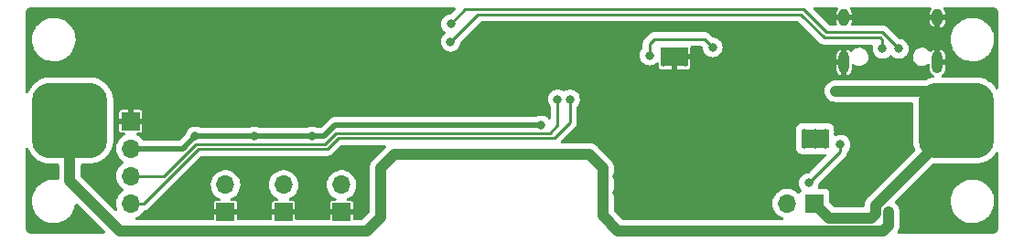
<source format=gbr>
%TF.GenerationSoftware,KiCad,Pcbnew,(6.0.8)*%
%TF.CreationDate,2023-04-29T21:49:54+02:00*%
%TF.ProjectId,Feniks,46656e69-6b73-42e6-9b69-6361645f7063,rev?*%
%TF.SameCoordinates,Original*%
%TF.FileFunction,Copper,L2,Bot*%
%TF.FilePolarity,Positive*%
%FSLAX46Y46*%
G04 Gerber Fmt 4.6, Leading zero omitted, Abs format (unit mm)*
G04 Created by KiCad (PCBNEW (6.0.8)) date 2023-04-29 21:49:54*
%MOMM*%
%LPD*%
G01*
G04 APERTURE LIST*
G04 Aperture macros list*
%AMRoundRect*
0 Rectangle with rounded corners*
0 $1 Rounding radius*
0 $2 $3 $4 $5 $6 $7 $8 $9 X,Y pos of 4 corners*
0 Add a 4 corners polygon primitive as box body*
4,1,4,$2,$3,$4,$5,$6,$7,$8,$9,$2,$3,0*
0 Add four circle primitives for the rounded corners*
1,1,$1+$1,$2,$3*
1,1,$1+$1,$4,$5*
1,1,$1+$1,$6,$7*
1,1,$1+$1,$8,$9*
0 Add four rect primitives between the rounded corners*
20,1,$1+$1,$2,$3,$4,$5,0*
20,1,$1+$1,$4,$5,$6,$7,0*
20,1,$1+$1,$6,$7,$8,$9,0*
20,1,$1+$1,$8,$9,$2,$3,0*%
G04 Aperture macros list end*
%TA.AperFunction,ComponentPad*%
%ADD10C,0.500000*%
%TD*%
%TA.AperFunction,SMDPad,CuDef*%
%ADD11R,2.500000X1.800000*%
%TD*%
%TA.AperFunction,ComponentPad*%
%ADD12R,1.700000X1.700000*%
%TD*%
%TA.AperFunction,ComponentPad*%
%ADD13O,1.700000X1.700000*%
%TD*%
%TA.AperFunction,ComponentPad*%
%ADD14O,1.000000X2.100000*%
%TD*%
%TA.AperFunction,ComponentPad*%
%ADD15O,1.000000X1.600000*%
%TD*%
%TA.AperFunction,SMDPad,CuDef*%
%ADD16RoundRect,1.750000X1.750000X-1.750000X1.750000X1.750000X-1.750000X1.750000X-1.750000X-1.750000X0*%
%TD*%
%TA.AperFunction,ViaPad*%
%ADD17C,0.800000*%
%TD*%
%TA.AperFunction,Conductor*%
%ADD18C,0.500000*%
%TD*%
%TA.AperFunction,Conductor*%
%ADD19C,1.000000*%
%TD*%
%TA.AperFunction,Conductor*%
%ADD20C,0.250000*%
%TD*%
G04 APERTURE END LIST*
D10*
%TO.P,U5,9,EP*%
%TO.N,GND*%
X102883000Y-104425000D03*
X101883000Y-103125000D03*
D11*
X102883000Y-103775000D03*
D10*
X101883000Y-104425000D03*
X103883000Y-104425000D03*
X103883000Y-103125000D03*
X102883000Y-103125000D03*
%TD*%
D12*
%TO.P,J2,1,Pin_1*%
%TO.N,GND*%
X52578000Y-109738000D03*
D13*
%TO.P,J2,2,Pin_2*%
%TO.N,+3.3V*%
X52578000Y-112278000D03*
%TO.P,J2,3,Pin_3*%
%TO.N,OLED_SLC*%
X52578000Y-114818000D03*
%TO.P,J2,4,Pin_4*%
%TO.N,OLED_SDA*%
X52578000Y-117358000D03*
%TD*%
D12*
%TO.P,NTC3,1*%
%TO.N,GND*%
X61343000Y-118165000D03*
D13*
%TO.P,NTC3,2*%
%TO.N,ADC_CH3*%
X61343000Y-115625000D03*
%TD*%
D12*
%TO.P,NTC2,1*%
%TO.N,GND*%
X66713000Y-118165000D03*
D13*
%TO.P,NTC2,2*%
%TO.N,ADC_CH1*%
X66713000Y-115625000D03*
%TD*%
D10*
%TO.P,U1,9,PP*%
%TO.N,VBUS*%
X116888000Y-110700000D03*
X116888000Y-112000000D03*
X115888000Y-110700000D03*
X114888000Y-112000000D03*
D11*
X115888000Y-111350000D03*
D10*
X114888000Y-110700000D03*
X115888000Y-112000000D03*
%TD*%
D12*
%TO.P,SW1,1,A*%
%TO.N,+BATT*%
X115847000Y-117348000D03*
D13*
%TO.P,SW1,2,B*%
%TO.N,+VSW*%
X113307000Y-117348000D03*
%TD*%
D14*
%TO.P,J1,S1,SHIELD*%
%TO.N,GND*%
X127208000Y-104280000D03*
D15*
X118568000Y-100100000D03*
X127208000Y-100100000D03*
D14*
X118568000Y-104280000D03*
%TD*%
D12*
%TO.P,NTC1,1*%
%TO.N,GND*%
X72083000Y-118165000D03*
D13*
%TO.P,NTC1,2*%
%TO.N,ADC_CH0*%
X72083000Y-115625000D03*
%TD*%
D16*
%TO.P,BT1,1,+*%
%TO.N,+BATT*%
X128950000Y-109650000D03*
%TO.P,BT1,2,-*%
%TO.N,Net-(BT1-Pad2)*%
X46950000Y-109650000D03*
%TD*%
D17*
%TO.N,GND*%
X58547000Y-108839000D03*
X97536000Y-116332000D03*
X105156000Y-108458000D03*
X100584000Y-108204000D03*
X45200000Y-114300000D03*
X90424000Y-102489000D03*
X113157000Y-112395000D03*
X118237000Y-117094000D03*
X69342000Y-109093000D03*
X118237000Y-115951000D03*
X73279000Y-104013000D03*
X106426000Y-104648000D03*
X84709000Y-104140000D03*
X97536000Y-114808000D03*
X101600000Y-108204000D03*
X106426000Y-101092000D03*
X113157000Y-111379000D03*
X62992000Y-102870000D03*
X90424000Y-101473000D03*
X127800000Y-114700000D03*
%TO.N,+3.3V*%
X90551000Y-110109000D03*
X64008000Y-111125000D03*
X69342000Y-111125000D03*
X58547000Y-111125000D03*
%TO.N,+BATT*%
X122936000Y-116078000D03*
X117793000Y-106934000D03*
%TO.N,Net-(BT1-Pad2)*%
X122682000Y-119380000D03*
X122682000Y-118110000D03*
%TO.N,+VSW*%
X106426000Y-102870000D03*
X100584000Y-103632000D03*
%TO.N,D+*%
X122138000Y-102997000D03*
X82169000Y-102362000D03*
%TO.N,D-*%
X123638000Y-102997000D03*
X82219130Y-100711000D03*
%TO.N,OLED_SDA*%
X93218000Y-107696000D03*
%TO.N,OLED_SLC*%
X92075000Y-107696000D03*
%TO.N,Net-(R12-Pad2)*%
X115316000Y-115443000D03*
X118237000Y-111887000D03*
%TD*%
D18*
%TO.N,+3.3V*%
X69342000Y-111125000D02*
X64008000Y-111125000D01*
X57394000Y-112278000D02*
X52578000Y-112278000D01*
X71501000Y-110109000D02*
X90551000Y-110109000D01*
X58547000Y-111125000D02*
X57394000Y-112278000D01*
X64008000Y-111125000D02*
X58547000Y-111125000D01*
X70485000Y-111125000D02*
X71501000Y-110109000D01*
X69342000Y-111125000D02*
X70485000Y-111125000D01*
D19*
%TO.N,+BATT*%
X115847000Y-117348000D02*
X117187000Y-118688000D01*
X121088000Y-118688000D02*
X121482000Y-118294000D01*
X121482000Y-117532000D02*
X122936000Y-116078000D01*
X117187000Y-118688000D02*
X121088000Y-118688000D01*
X121482000Y-118294000D02*
X121482000Y-117532000D01*
X117793000Y-106934000D02*
X126234000Y-106934000D01*
X128950000Y-110064000D02*
X122936000Y-116078000D01*
X128950000Y-109650000D02*
X128950000Y-110064000D01*
X126234000Y-106934000D02*
X128950000Y-109650000D01*
%TO.N,Net-(BT1-Pad2)*%
X75692000Y-114046000D02*
X75692000Y-118618000D01*
X96266000Y-114046000D02*
X94996000Y-112776000D01*
X94996000Y-112776000D02*
X76962000Y-112776000D01*
X46950000Y-115276000D02*
X46950000Y-109650000D01*
X74422000Y-119888000D02*
X51562000Y-119888000D01*
X122682000Y-118110000D02*
X122682000Y-118618000D01*
X96266000Y-118491000D02*
X96266000Y-114046000D01*
X76962000Y-112776000D02*
X75692000Y-114046000D01*
X51562000Y-119888000D02*
X46950000Y-115276000D01*
X75692000Y-118618000D02*
X74422000Y-119888000D01*
X122682000Y-119380000D02*
X122174000Y-119888000D01*
X122682000Y-118618000D02*
X122682000Y-119380000D01*
X97663000Y-119888000D02*
X96266000Y-118491000D01*
X122174000Y-119888000D02*
X97663000Y-119888000D01*
D20*
%TO.N,+VSW*%
X105664000Y-102108000D02*
X101040000Y-102108000D01*
X106426000Y-102870000D02*
X105664000Y-102108000D01*
X101040000Y-102108000D02*
X100584000Y-102564000D01*
X100584000Y-102564000D02*
X100584000Y-103632000D01*
%TO.N,D+*%
X84713000Y-99818000D02*
X82169000Y-102362000D01*
X114577446Y-99818000D02*
X84713000Y-99818000D01*
X121910893Y-101977000D02*
X116736446Y-101977000D01*
X122138000Y-102997000D02*
X122138000Y-102204107D01*
X122138000Y-102204107D02*
X121910893Y-101977000D01*
X116736446Y-101977000D02*
X114577446Y-99818000D01*
%TO.N,D-*%
X82219130Y-100660870D02*
X83512000Y-99368000D01*
X122118000Y-101477000D02*
X123638000Y-102997000D01*
X82219130Y-100711000D02*
X82219130Y-100660870D01*
X116943554Y-101477000D02*
X122118000Y-101477000D01*
X83512000Y-99368000D02*
X114834554Y-99368000D01*
X114834554Y-99368000D02*
X116943554Y-101477000D01*
%TO.N,OLED_SDA*%
X93218000Y-107696000D02*
X93218000Y-109855000D01*
X71775568Y-111284000D02*
X70759568Y-112300000D01*
X53763568Y-117358000D02*
X52578000Y-117358000D01*
X70759568Y-112300000D02*
X58821568Y-112300000D01*
X93218000Y-109855000D02*
X91789000Y-111284000D01*
X58821568Y-112300000D02*
X53763568Y-117358000D01*
X91789000Y-111284000D02*
X71775568Y-111284000D01*
%TO.N,OLED_SLC*%
X70573172Y-111850000D02*
X58635172Y-111850000D01*
X92075000Y-107696000D02*
X92075000Y-110109000D01*
X91350000Y-110834000D02*
X71589172Y-110834000D01*
X92075000Y-110109000D02*
X91350000Y-110834000D01*
X55667172Y-114818000D02*
X52578000Y-114818000D01*
X71589172Y-110834000D02*
X70573172Y-111850000D01*
X58635172Y-111850000D02*
X55667172Y-114818000D01*
%TO.N,Net-(R12-Pad2)*%
X118237000Y-112522000D02*
X115316000Y-115443000D01*
X118237000Y-111887000D02*
X118237000Y-112522000D01*
%TD*%
%TA.AperFunction,Conductor*%
%TO.N,GND*%
G36*
X132799453Y-112581497D02*
G01*
X132836923Y-112641801D01*
X132841500Y-112675454D01*
X132841500Y-119600633D01*
X132840000Y-119620018D01*
X132837691Y-119634851D01*
X132836309Y-119643724D01*
X132837473Y-119652626D01*
X132837489Y-119652750D01*
X132837760Y-119683192D01*
X132835430Y-119703870D01*
X132830766Y-119745264D01*
X132824487Y-119772771D01*
X132797515Y-119849853D01*
X132785273Y-119875274D01*
X132741822Y-119944426D01*
X132724230Y-119966485D01*
X132666485Y-120024230D01*
X132644426Y-120041822D01*
X132575274Y-120085273D01*
X132549853Y-120097515D01*
X132472772Y-120124487D01*
X132445264Y-120130766D01*
X132389774Y-120137018D01*
X132374132Y-120136923D01*
X132374121Y-120137800D01*
X132365149Y-120137690D01*
X132356276Y-120136309D01*
X132347374Y-120137473D01*
X132347372Y-120137473D01*
X132336385Y-120138910D01*
X132324714Y-120140436D01*
X132308379Y-120141500D01*
X123627011Y-120141500D01*
X123558890Y-120121498D01*
X123512397Y-120067842D01*
X123502293Y-119997568D01*
X123519528Y-119953339D01*
X123518129Y-119952571D01*
X123518154Y-119952526D01*
X123518505Y-119951888D01*
X123521624Y-119946755D01*
X123524102Y-119943739D01*
X123533397Y-119926405D01*
X123544720Y-119905287D01*
X123567975Y-119861915D01*
X123568584Y-119860793D01*
X123574599Y-119849853D01*
X123613433Y-119779213D01*
X123615045Y-119774131D01*
X123617562Y-119769437D01*
X123644762Y-119680469D01*
X123645108Y-119679358D01*
X123646305Y-119675587D01*
X123673235Y-119590694D01*
X123673829Y-119585398D01*
X123675387Y-119580302D01*
X123684785Y-119487778D01*
X123684905Y-119486658D01*
X123690500Y-119436773D01*
X123690500Y-119433246D01*
X123690556Y-119432243D01*
X123691003Y-119426559D01*
X123695373Y-119383538D01*
X123691059Y-119337899D01*
X123690500Y-119326043D01*
X123690500Y-118060231D01*
X123689648Y-118051535D01*
X123683630Y-117990163D01*
X123676080Y-117913167D01*
X123671336Y-117897452D01*
X123636060Y-117780616D01*
X123618916Y-117723831D01*
X123526066Y-117549204D01*
X123453849Y-117460657D01*
X123404960Y-117400713D01*
X123404957Y-117400710D01*
X123401065Y-117395938D01*
X123312512Y-117322681D01*
X123272775Y-117263848D01*
X123271152Y-117192870D01*
X123303733Y-117136502D01*
X123311317Y-117128918D01*
X128436917Y-117128918D01*
X128437334Y-117136156D01*
X128452682Y-117402320D01*
X128505405Y-117671053D01*
X128506792Y-117675103D01*
X128506793Y-117675108D01*
X128590799Y-117920469D01*
X128594112Y-117930144D01*
X128653316Y-118047858D01*
X128706241Y-118153088D01*
X128717160Y-118174799D01*
X128719586Y-118178328D01*
X128719589Y-118178334D01*
X128864496Y-118389173D01*
X128872274Y-118400490D01*
X128875161Y-118403663D01*
X128875162Y-118403664D01*
X129023460Y-118566642D01*
X129056582Y-118603043D01*
X129059877Y-118605798D01*
X129059878Y-118605799D01*
X129087221Y-118628661D01*
X129266675Y-118778707D01*
X129270316Y-118780991D01*
X129495024Y-118921951D01*
X129495028Y-118921953D01*
X129498664Y-118924234D01*
X129566544Y-118954883D01*
X129744345Y-119035164D01*
X129744349Y-119035166D01*
X129748257Y-119036930D01*
X129752377Y-119038150D01*
X129752376Y-119038150D01*
X130006723Y-119113491D01*
X130006727Y-119113492D01*
X130010836Y-119114709D01*
X130015070Y-119115357D01*
X130015075Y-119115358D01*
X130277298Y-119155483D01*
X130277300Y-119155483D01*
X130281540Y-119156132D01*
X130420912Y-119158322D01*
X130551071Y-119160367D01*
X130551077Y-119160367D01*
X130555362Y-119160434D01*
X130827235Y-119127534D01*
X131092127Y-119058041D01*
X131096087Y-119056401D01*
X131096092Y-119056399D01*
X131218632Y-119005641D01*
X131345136Y-118953241D01*
X131463359Y-118884157D01*
X131577879Y-118817237D01*
X131577880Y-118817236D01*
X131581582Y-118815073D01*
X131797089Y-118646094D01*
X131807075Y-118635790D01*
X131984686Y-118452509D01*
X131987669Y-118449431D01*
X131990202Y-118445983D01*
X131990206Y-118445978D01*
X132147257Y-118232178D01*
X132149795Y-118228723D01*
X132156597Y-118216195D01*
X132278418Y-117991830D01*
X132278419Y-117991828D01*
X132280468Y-117988054D01*
X132342658Y-117823472D01*
X132375751Y-117735895D01*
X132375752Y-117735891D01*
X132377269Y-117731877D01*
X132418173Y-117553279D01*
X132437449Y-117469117D01*
X132437450Y-117469113D01*
X132438407Y-117464933D01*
X132441927Y-117425499D01*
X132462531Y-117194627D01*
X132462531Y-117194625D01*
X132462751Y-117192161D01*
X132463193Y-117150000D01*
X132463024Y-117147519D01*
X132444859Y-116881055D01*
X132444858Y-116881049D01*
X132444567Y-116876778D01*
X132439866Y-116854075D01*
X132389901Y-116612809D01*
X132389032Y-116608612D01*
X132297617Y-116350465D01*
X132242677Y-116244020D01*
X132173978Y-116110919D01*
X132173978Y-116110918D01*
X132172013Y-116107112D01*
X132169062Y-116102912D01*
X132078619Y-115974226D01*
X132014545Y-115883057D01*
X131944466Y-115807643D01*
X131831046Y-115685588D01*
X131831043Y-115685585D01*
X131828125Y-115682445D01*
X131824810Y-115679731D01*
X131824806Y-115679728D01*
X131634882Y-115524277D01*
X131616205Y-115508990D01*
X131382704Y-115365901D01*
X131378768Y-115364173D01*
X131135873Y-115257549D01*
X131135869Y-115257548D01*
X131131945Y-115255825D01*
X130868566Y-115180800D01*
X130864324Y-115180196D01*
X130864318Y-115180195D01*
X130649416Y-115149610D01*
X130597443Y-115142213D01*
X130453589Y-115141460D01*
X130327877Y-115140802D01*
X130327871Y-115140802D01*
X130323591Y-115140780D01*
X130319347Y-115141339D01*
X130319343Y-115141339D01*
X130220857Y-115154305D01*
X130052078Y-115176525D01*
X130047938Y-115177658D01*
X130047936Y-115177658D01*
X129975008Y-115197609D01*
X129787928Y-115248788D01*
X129783980Y-115250472D01*
X129539982Y-115354546D01*
X129539978Y-115354548D01*
X129536030Y-115356232D01*
X129476630Y-115391782D01*
X129304725Y-115494664D01*
X129304721Y-115494667D01*
X129301043Y-115496868D01*
X129087318Y-115668094D01*
X128975964Y-115785436D01*
X128903146Y-115862171D01*
X128898808Y-115866742D01*
X128739002Y-116089136D01*
X128610857Y-116331161D01*
X128609385Y-116335184D01*
X128609383Y-116335188D01*
X128543113Y-116516277D01*
X128516743Y-116588337D01*
X128458404Y-116855907D01*
X128436917Y-117128918D01*
X123311317Y-117128918D01*
X125219639Y-115220596D01*
X126767298Y-113672936D01*
X126829610Y-113638910D01*
X126880003Y-113638263D01*
X126883395Y-113638910D01*
X126924142Y-113646683D01*
X127117351Y-113658500D01*
X128950000Y-113658500D01*
X130782648Y-113658499D01*
X130784560Y-113658382D01*
X130784562Y-113658382D01*
X130971852Y-113646928D01*
X130975858Y-113646683D01*
X130979796Y-113645932D01*
X130979802Y-113645931D01*
X131266464Y-113591247D01*
X131266466Y-113591246D01*
X131270573Y-113590463D01*
X131412125Y-113543375D01*
X131551287Y-113497082D01*
X131551292Y-113497080D01*
X131555263Y-113495759D01*
X131824928Y-113364235D01*
X131828405Y-113361925D01*
X131828410Y-113361922D01*
X132071340Y-113200519D01*
X132074829Y-113198201D01*
X132300575Y-113000575D01*
X132498201Y-112774829D01*
X132610552Y-112605727D01*
X132664909Y-112560056D01*
X132735329Y-112551024D01*
X132799453Y-112581497D01*
G37*
%TD.AperFunction*%
%TA.AperFunction,Conductor*%
G36*
X43067012Y-112199261D02*
G01*
X43099655Y-112248118D01*
X43101344Y-112247429D01*
X43102918Y-112251286D01*
X43104241Y-112255263D01*
X43235765Y-112524928D01*
X43238075Y-112528405D01*
X43238078Y-112528410D01*
X43364530Y-112718734D01*
X43401799Y-112774829D01*
X43599425Y-113000575D01*
X43825171Y-113198201D01*
X43828660Y-113200519D01*
X44071590Y-113361922D01*
X44071595Y-113361925D01*
X44075072Y-113364235D01*
X44344737Y-113495759D01*
X44348708Y-113497080D01*
X44348713Y-113497082D01*
X44487875Y-113543375D01*
X44629427Y-113590463D01*
X44633534Y-113591246D01*
X44633536Y-113591247D01*
X44710443Y-113605918D01*
X44924142Y-113646683D01*
X45117351Y-113658500D01*
X45815500Y-113658500D01*
X45883621Y-113678502D01*
X45930114Y-113732158D01*
X45941500Y-113784500D01*
X45941500Y-115045978D01*
X45921498Y-115114099D01*
X45867842Y-115160592D01*
X45797747Y-115170721D01*
X45597443Y-115142213D01*
X45453589Y-115141460D01*
X45327877Y-115140802D01*
X45327871Y-115140802D01*
X45323591Y-115140780D01*
X45319347Y-115141339D01*
X45319343Y-115141339D01*
X45220857Y-115154305D01*
X45052078Y-115176525D01*
X45047938Y-115177658D01*
X45047936Y-115177658D01*
X44975008Y-115197609D01*
X44787928Y-115248788D01*
X44783980Y-115250472D01*
X44539982Y-115354546D01*
X44539978Y-115354548D01*
X44536030Y-115356232D01*
X44476630Y-115391782D01*
X44304725Y-115494664D01*
X44304721Y-115494667D01*
X44301043Y-115496868D01*
X44087318Y-115668094D01*
X43975964Y-115785436D01*
X43903146Y-115862171D01*
X43898808Y-115866742D01*
X43739002Y-116089136D01*
X43610857Y-116331161D01*
X43609385Y-116335184D01*
X43609383Y-116335188D01*
X43543113Y-116516277D01*
X43516743Y-116588337D01*
X43458404Y-116855907D01*
X43436917Y-117128918D01*
X43437334Y-117136156D01*
X43452682Y-117402320D01*
X43505405Y-117671053D01*
X43506792Y-117675103D01*
X43506793Y-117675108D01*
X43590799Y-117920469D01*
X43594112Y-117930144D01*
X43653316Y-118047858D01*
X43706241Y-118153088D01*
X43717160Y-118174799D01*
X43719586Y-118178328D01*
X43719589Y-118178334D01*
X43864496Y-118389173D01*
X43872274Y-118400490D01*
X43875161Y-118403663D01*
X43875162Y-118403664D01*
X44023460Y-118566642D01*
X44056582Y-118603043D01*
X44059877Y-118605798D01*
X44059878Y-118605799D01*
X44087221Y-118628661D01*
X44266675Y-118778707D01*
X44270316Y-118780991D01*
X44495024Y-118921951D01*
X44495028Y-118921953D01*
X44498664Y-118924234D01*
X44566544Y-118954883D01*
X44744345Y-119035164D01*
X44744349Y-119035166D01*
X44748257Y-119036930D01*
X44752377Y-119038150D01*
X44752376Y-119038150D01*
X45006723Y-119113491D01*
X45006727Y-119113492D01*
X45010836Y-119114709D01*
X45015070Y-119115357D01*
X45015075Y-119115358D01*
X45277298Y-119155483D01*
X45277300Y-119155483D01*
X45281540Y-119156132D01*
X45420912Y-119158322D01*
X45551071Y-119160367D01*
X45551077Y-119160367D01*
X45555362Y-119160434D01*
X45827235Y-119127534D01*
X46092127Y-119058041D01*
X46096087Y-119056401D01*
X46096092Y-119056399D01*
X46218632Y-119005641D01*
X46345136Y-118953241D01*
X46463359Y-118884157D01*
X46577879Y-118817237D01*
X46577880Y-118817236D01*
X46581582Y-118815073D01*
X46797089Y-118646094D01*
X46807075Y-118635790D01*
X46984686Y-118452509D01*
X46987669Y-118449431D01*
X46990202Y-118445983D01*
X46990206Y-118445978D01*
X47147257Y-118232178D01*
X47149795Y-118228723D01*
X47156597Y-118216195D01*
X47278418Y-117991830D01*
X47278419Y-117991828D01*
X47280468Y-117988054D01*
X47342658Y-117823472D01*
X47375751Y-117735895D01*
X47375752Y-117735891D01*
X47377269Y-117731877D01*
X47438407Y-117464933D01*
X47440186Y-117465340D01*
X47467400Y-117407963D01*
X47527676Y-117370448D01*
X47598665Y-117371475D01*
X47650515Y-117402750D01*
X48922539Y-118674773D01*
X50174171Y-119926405D01*
X50208196Y-119988717D01*
X50203132Y-120059532D01*
X50160585Y-120116368D01*
X50094065Y-120141179D01*
X50085076Y-120141500D01*
X43399367Y-120141500D01*
X43379982Y-120140000D01*
X43365148Y-120137690D01*
X43365145Y-120137690D01*
X43356276Y-120136309D01*
X43347374Y-120137473D01*
X43347250Y-120137489D01*
X43316808Y-120137760D01*
X43296130Y-120135430D01*
X43254736Y-120130766D01*
X43227229Y-120124487D01*
X43150147Y-120097515D01*
X43124726Y-120085273D01*
X43055574Y-120041822D01*
X43033515Y-120024230D01*
X42975770Y-119966485D01*
X42958178Y-119944426D01*
X42914727Y-119875274D01*
X42902485Y-119849853D01*
X42875513Y-119772772D01*
X42869234Y-119745266D01*
X42863170Y-119691451D01*
X42862888Y-119666640D01*
X42863576Y-119662552D01*
X42863729Y-119650000D01*
X42859773Y-119622376D01*
X42858500Y-119604514D01*
X42858500Y-112294485D01*
X42878502Y-112226364D01*
X42932158Y-112179871D01*
X43002432Y-112169767D01*
X43067012Y-112199261D01*
G37*
%TD.AperFunction*%
%TA.AperFunction,Conductor*%
G36*
X76158196Y-111937502D02*
G01*
X76204689Y-111991158D01*
X76214793Y-112061432D01*
X76185299Y-112126012D01*
X76179170Y-112132595D01*
X75022621Y-113289145D01*
X75012478Y-113298247D01*
X74982975Y-113321968D01*
X74979008Y-113326696D01*
X74950709Y-113360421D01*
X74947528Y-113364069D01*
X74945885Y-113365881D01*
X74943691Y-113368075D01*
X74916358Y-113401349D01*
X74915696Y-113402147D01*
X74855846Y-113473474D01*
X74853278Y-113478144D01*
X74849897Y-113482261D01*
X74840632Y-113499541D01*
X74806023Y-113564086D01*
X74805394Y-113565245D01*
X74763538Y-113641381D01*
X74763535Y-113641389D01*
X74760567Y-113646787D01*
X74758955Y-113651869D01*
X74756438Y-113656563D01*
X74729238Y-113745531D01*
X74728918Y-113746559D01*
X74700765Y-113835306D01*
X74700171Y-113840602D01*
X74698613Y-113845698D01*
X74696580Y-113865719D01*
X74689218Y-113938187D01*
X74689089Y-113939393D01*
X74683500Y-113989227D01*
X74683500Y-113992754D01*
X74683445Y-113993739D01*
X74682998Y-113999419D01*
X74678626Y-114042462D01*
X74679964Y-114056611D01*
X74682941Y-114088109D01*
X74683500Y-114099967D01*
X74683500Y-118148074D01*
X74663498Y-118216195D01*
X74646596Y-118237169D01*
X74041171Y-118842595D01*
X73978858Y-118876620D01*
X73952075Y-118879500D01*
X73267000Y-118879500D01*
X73198879Y-118859498D01*
X73152386Y-118805842D01*
X73141000Y-118753500D01*
X73141000Y-118437115D01*
X73136525Y-118421876D01*
X73135135Y-118420671D01*
X73127452Y-118419000D01*
X71043116Y-118419000D01*
X71027877Y-118423475D01*
X71026672Y-118424865D01*
X71025001Y-118432548D01*
X71025001Y-118753500D01*
X71004999Y-118821621D01*
X70951343Y-118868114D01*
X70899001Y-118879500D01*
X67897000Y-118879500D01*
X67828879Y-118859498D01*
X67782386Y-118805842D01*
X67771000Y-118753500D01*
X67771000Y-118437115D01*
X67766525Y-118421876D01*
X67765135Y-118420671D01*
X67757452Y-118419000D01*
X65673116Y-118419000D01*
X65657877Y-118423475D01*
X65656672Y-118424865D01*
X65655001Y-118432548D01*
X65655001Y-118753500D01*
X65634999Y-118821621D01*
X65581343Y-118868114D01*
X65529001Y-118879500D01*
X62527000Y-118879500D01*
X62458879Y-118859498D01*
X62412386Y-118805842D01*
X62401000Y-118753500D01*
X62401000Y-118437115D01*
X62396525Y-118421876D01*
X62395135Y-118420671D01*
X62387452Y-118419000D01*
X60303116Y-118419000D01*
X60287877Y-118423475D01*
X60286672Y-118424865D01*
X60285001Y-118432548D01*
X60285001Y-118753500D01*
X60264999Y-118821621D01*
X60211343Y-118868114D01*
X60159001Y-118879500D01*
X53092793Y-118879500D01*
X53024672Y-118859498D01*
X52978179Y-118805842D01*
X52968075Y-118735568D01*
X52997569Y-118670988D01*
X53056585Y-118632814D01*
X53070429Y-118628661D01*
X53070434Y-118628659D01*
X53075384Y-118627174D01*
X53275994Y-118528896D01*
X53457860Y-118399173D01*
X53616096Y-118241489D01*
X53634272Y-118216195D01*
X53743435Y-118064277D01*
X53746453Y-118060077D01*
X53748746Y-118055438D01*
X53751405Y-118051012D01*
X53753302Y-118052152D01*
X53795098Y-118006807D01*
X53847881Y-117991288D01*
X53847703Y-117990163D01*
X53855537Y-117988922D01*
X53863457Y-117988673D01*
X53882911Y-117983021D01*
X53902268Y-117979013D01*
X53914498Y-117977468D01*
X53914499Y-117977468D01*
X53922365Y-117976474D01*
X53929736Y-117973555D01*
X53929738Y-117973555D01*
X53963480Y-117960196D01*
X53974710Y-117956351D01*
X54009551Y-117946229D01*
X54009552Y-117946229D01*
X54017161Y-117944018D01*
X54023980Y-117939985D01*
X54023985Y-117939983D01*
X54034596Y-117933707D01*
X54052344Y-117925012D01*
X54071185Y-117917552D01*
X54085346Y-117907264D01*
X54106955Y-117891564D01*
X54116875Y-117885048D01*
X54148103Y-117866580D01*
X54148106Y-117866578D01*
X54154930Y-117862542D01*
X54169251Y-117848221D01*
X54184285Y-117835380D01*
X54194262Y-117828131D01*
X54200675Y-117823472D01*
X54228866Y-117789395D01*
X54236856Y-117780616D01*
X56425777Y-115591695D01*
X59980251Y-115591695D01*
X59980548Y-115596848D01*
X59980548Y-115596851D01*
X59986792Y-115705137D01*
X59993110Y-115814715D01*
X59994247Y-115819761D01*
X59994248Y-115819767D01*
X60014119Y-115907939D01*
X60042222Y-116032639D01*
X60126266Y-116239616D01*
X60133423Y-116251295D01*
X60196897Y-116354875D01*
X60242987Y-116430088D01*
X60389250Y-116598938D01*
X60561126Y-116741632D01*
X60754000Y-116854338D01*
X60758823Y-116856180D01*
X60758832Y-116856184D01*
X60777446Y-116863292D01*
X60833949Y-116906279D01*
X60858241Y-116972991D01*
X60842610Y-117042245D01*
X60792019Y-117092055D01*
X60732496Y-117107001D01*
X60478702Y-117107001D01*
X60466442Y-117108209D01*
X60424017Y-117116647D01*
X60401521Y-117125964D01*
X60353356Y-117158147D01*
X60336147Y-117175356D01*
X60303963Y-117223523D01*
X60294647Y-117246014D01*
X60286207Y-117288445D01*
X60285000Y-117300700D01*
X60285000Y-117892885D01*
X60289475Y-117908124D01*
X60290865Y-117909329D01*
X60298548Y-117911000D01*
X62382884Y-117911000D01*
X62398123Y-117906525D01*
X62399328Y-117905135D01*
X62400999Y-117897452D01*
X62400999Y-117300702D01*
X62399791Y-117288442D01*
X62391353Y-117246017D01*
X62382036Y-117223521D01*
X62349853Y-117175356D01*
X62332644Y-117158147D01*
X62284477Y-117125963D01*
X62261986Y-117116647D01*
X62219555Y-117108207D01*
X62207300Y-117107000D01*
X61949552Y-117107000D01*
X61881431Y-117086998D01*
X61834938Y-117033342D01*
X61824834Y-116963068D01*
X61854328Y-116898488D01*
X61894120Y-116867849D01*
X62036346Y-116798173D01*
X62040994Y-116795896D01*
X62222860Y-116666173D01*
X62381096Y-116508489D01*
X62394283Y-116490138D01*
X62508435Y-116331277D01*
X62511453Y-116327077D01*
X62563090Y-116222598D01*
X62608136Y-116131453D01*
X62608137Y-116131451D01*
X62610430Y-116126811D01*
X62675370Y-115913069D01*
X62704529Y-115691590D01*
X62704676Y-115685588D01*
X62706074Y-115628365D01*
X62706074Y-115628361D01*
X62706156Y-115625000D01*
X62703418Y-115591695D01*
X65350251Y-115591695D01*
X65350548Y-115596848D01*
X65350548Y-115596851D01*
X65356792Y-115705137D01*
X65363110Y-115814715D01*
X65364247Y-115819761D01*
X65364248Y-115819767D01*
X65384119Y-115907939D01*
X65412222Y-116032639D01*
X65496266Y-116239616D01*
X65503423Y-116251295D01*
X65566897Y-116354875D01*
X65612987Y-116430088D01*
X65759250Y-116598938D01*
X65931126Y-116741632D01*
X66124000Y-116854338D01*
X66128823Y-116856180D01*
X66128832Y-116856184D01*
X66147446Y-116863292D01*
X66203949Y-116906279D01*
X66228241Y-116972991D01*
X66212610Y-117042245D01*
X66162019Y-117092055D01*
X66102496Y-117107001D01*
X65848702Y-117107001D01*
X65836442Y-117108209D01*
X65794017Y-117116647D01*
X65771521Y-117125964D01*
X65723356Y-117158147D01*
X65706147Y-117175356D01*
X65673963Y-117223523D01*
X65664647Y-117246014D01*
X65656207Y-117288445D01*
X65655000Y-117300700D01*
X65655000Y-117892885D01*
X65659475Y-117908124D01*
X65660865Y-117909329D01*
X65668548Y-117911000D01*
X67752884Y-117911000D01*
X67768123Y-117906525D01*
X67769328Y-117905135D01*
X67770999Y-117897452D01*
X67770999Y-117300702D01*
X67769791Y-117288442D01*
X67761353Y-117246017D01*
X67752036Y-117223521D01*
X67719853Y-117175356D01*
X67702644Y-117158147D01*
X67654477Y-117125963D01*
X67631986Y-117116647D01*
X67589555Y-117108207D01*
X67577300Y-117107000D01*
X67319552Y-117107000D01*
X67251431Y-117086998D01*
X67204938Y-117033342D01*
X67194834Y-116963068D01*
X67224328Y-116898488D01*
X67264120Y-116867849D01*
X67406346Y-116798173D01*
X67410994Y-116795896D01*
X67592860Y-116666173D01*
X67751096Y-116508489D01*
X67764283Y-116490138D01*
X67878435Y-116331277D01*
X67881453Y-116327077D01*
X67933090Y-116222598D01*
X67978136Y-116131453D01*
X67978137Y-116131451D01*
X67980430Y-116126811D01*
X68045370Y-115913069D01*
X68074529Y-115691590D01*
X68074676Y-115685588D01*
X68076074Y-115628365D01*
X68076074Y-115628361D01*
X68076156Y-115625000D01*
X68073418Y-115591695D01*
X70720251Y-115591695D01*
X70720548Y-115596848D01*
X70720548Y-115596851D01*
X70726792Y-115705137D01*
X70733110Y-115814715D01*
X70734247Y-115819761D01*
X70734248Y-115819767D01*
X70754119Y-115907939D01*
X70782222Y-116032639D01*
X70866266Y-116239616D01*
X70873423Y-116251295D01*
X70936897Y-116354875D01*
X70982987Y-116430088D01*
X71129250Y-116598938D01*
X71301126Y-116741632D01*
X71494000Y-116854338D01*
X71498823Y-116856180D01*
X71498832Y-116856184D01*
X71517446Y-116863292D01*
X71573949Y-116906279D01*
X71598241Y-116972991D01*
X71582610Y-117042245D01*
X71532019Y-117092055D01*
X71472496Y-117107001D01*
X71218702Y-117107001D01*
X71206442Y-117108209D01*
X71164017Y-117116647D01*
X71141521Y-117125964D01*
X71093356Y-117158147D01*
X71076147Y-117175356D01*
X71043963Y-117223523D01*
X71034647Y-117246014D01*
X71026207Y-117288445D01*
X71025000Y-117300700D01*
X71025000Y-117892885D01*
X71029475Y-117908124D01*
X71030865Y-117909329D01*
X71038548Y-117911000D01*
X73122884Y-117911000D01*
X73138123Y-117906525D01*
X73139328Y-117905135D01*
X73140999Y-117897452D01*
X73140999Y-117300702D01*
X73139791Y-117288442D01*
X73131353Y-117246017D01*
X73122036Y-117223521D01*
X73089853Y-117175356D01*
X73072644Y-117158147D01*
X73024477Y-117125963D01*
X73001986Y-117116647D01*
X72959555Y-117108207D01*
X72947300Y-117107000D01*
X72689552Y-117107000D01*
X72621431Y-117086998D01*
X72574938Y-117033342D01*
X72564834Y-116963068D01*
X72594328Y-116898488D01*
X72634120Y-116867849D01*
X72776346Y-116798173D01*
X72780994Y-116795896D01*
X72962860Y-116666173D01*
X73121096Y-116508489D01*
X73134283Y-116490138D01*
X73248435Y-116331277D01*
X73251453Y-116327077D01*
X73303090Y-116222598D01*
X73348136Y-116131453D01*
X73348137Y-116131451D01*
X73350430Y-116126811D01*
X73415370Y-115913069D01*
X73444529Y-115691590D01*
X73444676Y-115685588D01*
X73446074Y-115628365D01*
X73446074Y-115628361D01*
X73446156Y-115625000D01*
X73427852Y-115402361D01*
X73373431Y-115185702D01*
X73284354Y-114980840D01*
X73163014Y-114793277D01*
X73012670Y-114628051D01*
X73008619Y-114624852D01*
X73008615Y-114624848D01*
X72841414Y-114492800D01*
X72841410Y-114492798D01*
X72837359Y-114489598D01*
X72641789Y-114381638D01*
X72636920Y-114379914D01*
X72636916Y-114379912D01*
X72436087Y-114308795D01*
X72436083Y-114308794D01*
X72431212Y-114307069D01*
X72426119Y-114306162D01*
X72426116Y-114306161D01*
X72216373Y-114268800D01*
X72216367Y-114268799D01*
X72211284Y-114267894D01*
X72137452Y-114266992D01*
X71993081Y-114265228D01*
X71993079Y-114265228D01*
X71987911Y-114265165D01*
X71767091Y-114298955D01*
X71554756Y-114368357D01*
X71356607Y-114471507D01*
X71352474Y-114474610D01*
X71352471Y-114474612D01*
X71216248Y-114576891D01*
X71177965Y-114605635D01*
X71023629Y-114767138D01*
X70897743Y-114951680D01*
X70853972Y-115045978D01*
X70808600Y-115143724D01*
X70803688Y-115154305D01*
X70743989Y-115369570D01*
X70720251Y-115591695D01*
X68073418Y-115591695D01*
X68057852Y-115402361D01*
X68003431Y-115185702D01*
X67914354Y-114980840D01*
X67793014Y-114793277D01*
X67642670Y-114628051D01*
X67638619Y-114624852D01*
X67638615Y-114624848D01*
X67471414Y-114492800D01*
X67471410Y-114492798D01*
X67467359Y-114489598D01*
X67271789Y-114381638D01*
X67266920Y-114379914D01*
X67266916Y-114379912D01*
X67066087Y-114308795D01*
X67066083Y-114308794D01*
X67061212Y-114307069D01*
X67056119Y-114306162D01*
X67056116Y-114306161D01*
X66846373Y-114268800D01*
X66846367Y-114268799D01*
X66841284Y-114267894D01*
X66767452Y-114266992D01*
X66623081Y-114265228D01*
X66623079Y-114265228D01*
X66617911Y-114265165D01*
X66397091Y-114298955D01*
X66184756Y-114368357D01*
X65986607Y-114471507D01*
X65982474Y-114474610D01*
X65982471Y-114474612D01*
X65846248Y-114576891D01*
X65807965Y-114605635D01*
X65653629Y-114767138D01*
X65527743Y-114951680D01*
X65483972Y-115045978D01*
X65438600Y-115143724D01*
X65433688Y-115154305D01*
X65373989Y-115369570D01*
X65350251Y-115591695D01*
X62703418Y-115591695D01*
X62687852Y-115402361D01*
X62633431Y-115185702D01*
X62544354Y-114980840D01*
X62423014Y-114793277D01*
X62272670Y-114628051D01*
X62268619Y-114624852D01*
X62268615Y-114624848D01*
X62101414Y-114492800D01*
X62101410Y-114492798D01*
X62097359Y-114489598D01*
X61901789Y-114381638D01*
X61896920Y-114379914D01*
X61896916Y-114379912D01*
X61696087Y-114308795D01*
X61696083Y-114308794D01*
X61691212Y-114307069D01*
X61686119Y-114306162D01*
X61686116Y-114306161D01*
X61476373Y-114268800D01*
X61476367Y-114268799D01*
X61471284Y-114267894D01*
X61397452Y-114266992D01*
X61253081Y-114265228D01*
X61253079Y-114265228D01*
X61247911Y-114265165D01*
X61027091Y-114298955D01*
X60814756Y-114368357D01*
X60616607Y-114471507D01*
X60612474Y-114474610D01*
X60612471Y-114474612D01*
X60476248Y-114576891D01*
X60437965Y-114605635D01*
X60283629Y-114767138D01*
X60157743Y-114951680D01*
X60113972Y-115045978D01*
X60068600Y-115143724D01*
X60063688Y-115154305D01*
X60003989Y-115369570D01*
X59980251Y-115591695D01*
X56425777Y-115591695D01*
X59047067Y-112970405D01*
X59109379Y-112936379D01*
X59136162Y-112933500D01*
X70680801Y-112933500D01*
X70691984Y-112934027D01*
X70699477Y-112935702D01*
X70707403Y-112935453D01*
X70707404Y-112935453D01*
X70767554Y-112933562D01*
X70771513Y-112933500D01*
X70799424Y-112933500D01*
X70803359Y-112933003D01*
X70803424Y-112932995D01*
X70815261Y-112932062D01*
X70847519Y-112931048D01*
X70851538Y-112930922D01*
X70859457Y-112930673D01*
X70878911Y-112925021D01*
X70898268Y-112921013D01*
X70910498Y-112919468D01*
X70910499Y-112919468D01*
X70918365Y-112918474D01*
X70925736Y-112915555D01*
X70925738Y-112915555D01*
X70959480Y-112902196D01*
X70970710Y-112898351D01*
X71005551Y-112888229D01*
X71005552Y-112888229D01*
X71013161Y-112886018D01*
X71019980Y-112881985D01*
X71019985Y-112881983D01*
X71030596Y-112875707D01*
X71048344Y-112867012D01*
X71067185Y-112859552D01*
X71102955Y-112833564D01*
X71112875Y-112827048D01*
X71144103Y-112808580D01*
X71144106Y-112808578D01*
X71150930Y-112804542D01*
X71165251Y-112790221D01*
X71180285Y-112777380D01*
X71190262Y-112770131D01*
X71196675Y-112765472D01*
X71201725Y-112759368D01*
X71201730Y-112759363D01*
X71224861Y-112731402D01*
X71232851Y-112722621D01*
X72001069Y-111954404D01*
X72063381Y-111920379D01*
X72090164Y-111917500D01*
X76090075Y-111917500D01*
X76158196Y-111937502D01*
G37*
%TD.AperFunction*%
%TA.AperFunction,Conductor*%
G36*
X82589526Y-99178502D02*
G01*
X82636019Y-99232158D01*
X82646123Y-99302432D01*
X82616629Y-99367012D01*
X82610500Y-99373595D01*
X82218500Y-99765595D01*
X82156188Y-99799621D01*
X82136801Y-99801705D01*
X82136812Y-99801810D01*
X82130245Y-99802500D01*
X82123643Y-99802500D01*
X82117191Y-99803872D01*
X82117186Y-99803872D01*
X82030243Y-99822353D01*
X81936842Y-99842206D01*
X81930812Y-99844891D01*
X81930811Y-99844891D01*
X81768408Y-99917197D01*
X81768406Y-99917198D01*
X81762378Y-99919882D01*
X81607877Y-100032134D01*
X81603456Y-100037044D01*
X81603455Y-100037045D01*
X81508762Y-100142213D01*
X81480090Y-100174056D01*
X81384603Y-100339444D01*
X81325588Y-100521072D01*
X81305626Y-100711000D01*
X81306316Y-100717565D01*
X81323622Y-100882218D01*
X81325588Y-100900928D01*
X81384603Y-101082556D01*
X81480090Y-101247944D01*
X81484508Y-101252851D01*
X81484509Y-101252852D01*
X81572400Y-101350465D01*
X81607877Y-101389866D01*
X81640219Y-101413364D01*
X81644333Y-101416353D01*
X81687687Y-101472576D01*
X81693762Y-101543312D01*
X81660630Y-101606103D01*
X81644333Y-101620225D01*
X81628312Y-101631865D01*
X81557747Y-101683134D01*
X81553326Y-101688044D01*
X81553325Y-101688045D01*
X81477580Y-101772169D01*
X81429960Y-101825056D01*
X81334473Y-101990444D01*
X81275458Y-102172072D01*
X81274768Y-102178633D01*
X81274768Y-102178635D01*
X81264163Y-102279537D01*
X81255496Y-102362000D01*
X81256186Y-102368565D01*
X81271493Y-102514199D01*
X81275458Y-102551928D01*
X81334473Y-102733556D01*
X81429960Y-102898944D01*
X81434378Y-102903851D01*
X81434379Y-102903852D01*
X81458288Y-102930406D01*
X81557747Y-103040866D01*
X81632333Y-103095056D01*
X81698106Y-103142843D01*
X81712248Y-103153118D01*
X81718276Y-103155802D01*
X81718278Y-103155803D01*
X81845059Y-103212249D01*
X81886712Y-103230794D01*
X81966634Y-103247782D01*
X82067056Y-103269128D01*
X82067061Y-103269128D01*
X82073513Y-103270500D01*
X82264487Y-103270500D01*
X82270939Y-103269128D01*
X82270944Y-103269128D01*
X82371366Y-103247782D01*
X82451288Y-103230794D01*
X82492941Y-103212249D01*
X82619722Y-103155803D01*
X82619724Y-103155802D01*
X82625752Y-103153118D01*
X82639895Y-103142843D01*
X82705667Y-103095056D01*
X82780253Y-103040866D01*
X82879712Y-102930406D01*
X82903621Y-102903852D01*
X82903622Y-102903851D01*
X82908040Y-102898944D01*
X83003527Y-102733556D01*
X83062542Y-102551928D01*
X83066508Y-102514199D01*
X83072282Y-102459255D01*
X83079907Y-102386706D01*
X83106920Y-102321050D01*
X83116122Y-102310782D01*
X84938499Y-100488405D01*
X85000811Y-100454379D01*
X85027594Y-100451500D01*
X114262852Y-100451500D01*
X114330973Y-100471502D01*
X114351947Y-100488405D01*
X115305141Y-101441600D01*
X116232794Y-102369253D01*
X116240334Y-102377539D01*
X116244446Y-102384018D01*
X116250223Y-102389443D01*
X116294097Y-102430643D01*
X116296939Y-102433398D01*
X116316676Y-102453135D01*
X116319873Y-102455615D01*
X116328893Y-102463318D01*
X116361125Y-102493586D01*
X116368071Y-102497405D01*
X116368074Y-102497407D01*
X116378880Y-102503348D01*
X116395399Y-102514199D01*
X116411405Y-102526614D01*
X116418674Y-102529759D01*
X116418678Y-102529762D01*
X116451983Y-102544174D01*
X116462633Y-102549391D01*
X116501386Y-102570695D01*
X116509061Y-102572666D01*
X116509062Y-102572666D01*
X116521008Y-102575733D01*
X116539713Y-102582137D01*
X116558301Y-102590181D01*
X116566124Y-102591420D01*
X116566134Y-102591423D01*
X116601970Y-102597099D01*
X116613590Y-102599505D01*
X116648735Y-102608528D01*
X116656416Y-102610500D01*
X116676670Y-102610500D01*
X116696380Y-102612051D01*
X116716389Y-102615220D01*
X116724281Y-102614474D01*
X116760407Y-102611059D01*
X116772265Y-102610500D01*
X121134904Y-102610500D01*
X121203025Y-102630502D01*
X121249518Y-102684158D01*
X121259622Y-102754432D01*
X121254737Y-102775436D01*
X121249465Y-102791661D01*
X121244458Y-102807072D01*
X121243768Y-102813633D01*
X121243768Y-102813635D01*
X121232924Y-102916810D01*
X121224496Y-102997000D01*
X121225186Y-103003565D01*
X121243101Y-103174014D01*
X121244458Y-103186928D01*
X121303473Y-103368556D01*
X121398960Y-103533944D01*
X121403378Y-103538851D01*
X121403379Y-103538852D01*
X121481339Y-103625435D01*
X121526747Y-103675866D01*
X121609664Y-103736109D01*
X121671439Y-103780991D01*
X121681248Y-103788118D01*
X121687276Y-103790802D01*
X121687278Y-103790803D01*
X121849681Y-103863109D01*
X121855712Y-103865794D01*
X121941585Y-103884047D01*
X122036056Y-103904128D01*
X122036061Y-103904128D01*
X122042513Y-103905500D01*
X122233487Y-103905500D01*
X122239939Y-103904128D01*
X122239944Y-103904128D01*
X122334415Y-103884047D01*
X122420288Y-103865794D01*
X122426319Y-103863109D01*
X122588722Y-103790803D01*
X122588724Y-103790802D01*
X122594752Y-103788118D01*
X122604562Y-103780991D01*
X122666336Y-103736109D01*
X122749253Y-103675866D01*
X122794364Y-103625765D01*
X122854810Y-103588525D01*
X122925793Y-103589877D01*
X122981636Y-103625765D01*
X123026747Y-103675866D01*
X123109664Y-103736109D01*
X123171439Y-103780991D01*
X123181248Y-103788118D01*
X123187276Y-103790802D01*
X123187278Y-103790803D01*
X123349681Y-103863109D01*
X123355712Y-103865794D01*
X123441585Y-103884047D01*
X123536056Y-103904128D01*
X123536061Y-103904128D01*
X123542513Y-103905500D01*
X123733487Y-103905500D01*
X123739939Y-103904128D01*
X123739944Y-103904128D01*
X123834415Y-103884047D01*
X123920288Y-103865794D01*
X123926319Y-103863109D01*
X124088722Y-103790803D01*
X124088724Y-103790802D01*
X124094752Y-103788118D01*
X124104562Y-103780991D01*
X124166336Y-103736109D01*
X124249253Y-103675866D01*
X124294661Y-103625435D01*
X124372621Y-103538852D01*
X124372622Y-103538851D01*
X124377040Y-103533944D01*
X124472527Y-103368556D01*
X124531542Y-103186928D01*
X124532900Y-103174014D01*
X124550814Y-103003565D01*
X124551504Y-102997000D01*
X124543076Y-102916810D01*
X124532232Y-102813635D01*
X124532232Y-102813633D01*
X124531542Y-102807072D01*
X124472527Y-102625444D01*
X124466194Y-102614474D01*
X124408759Y-102514995D01*
X124377040Y-102460056D01*
X124350557Y-102430643D01*
X124253675Y-102323045D01*
X124253674Y-102323044D01*
X124249253Y-102318134D01*
X124094752Y-102205882D01*
X124088724Y-102203198D01*
X124088722Y-102203197D01*
X123926319Y-102130891D01*
X123926318Y-102130891D01*
X123921887Y-102128918D01*
X128436917Y-102128918D01*
X128437334Y-102136156D01*
X128452682Y-102402320D01*
X128505405Y-102671053D01*
X128506792Y-102675103D01*
X128506793Y-102675108D01*
X128589567Y-102916869D01*
X128594112Y-102930144D01*
X128647329Y-103035955D01*
X128706256Y-103153118D01*
X128717160Y-103174799D01*
X128719586Y-103178328D01*
X128719589Y-103178334D01*
X128867345Y-103393319D01*
X128872274Y-103400490D01*
X128875161Y-103403663D01*
X128875162Y-103403664D01*
X129043372Y-103588525D01*
X129056582Y-103603043D01*
X129059877Y-103605798D01*
X129059878Y-103605799D01*
X129148322Y-103679749D01*
X129266675Y-103778707D01*
X129270316Y-103780991D01*
X129495024Y-103921951D01*
X129495028Y-103921953D01*
X129498664Y-103924234D01*
X129566544Y-103954883D01*
X129744345Y-104035164D01*
X129744349Y-104035166D01*
X129748257Y-104036930D01*
X129752377Y-104038150D01*
X129752376Y-104038150D01*
X130006723Y-104113491D01*
X130006727Y-104113492D01*
X130010836Y-104114709D01*
X130015070Y-104115357D01*
X130015075Y-104115358D01*
X130277298Y-104155483D01*
X130277300Y-104155483D01*
X130281540Y-104156132D01*
X130420912Y-104158322D01*
X130551071Y-104160367D01*
X130551077Y-104160367D01*
X130555362Y-104160434D01*
X130827235Y-104127534D01*
X131092127Y-104058041D01*
X131096087Y-104056401D01*
X131096092Y-104056399D01*
X131291480Y-103975466D01*
X131345136Y-103953241D01*
X131492436Y-103867166D01*
X131577879Y-103817237D01*
X131577880Y-103817236D01*
X131581582Y-103815073D01*
X131797089Y-103646094D01*
X131816790Y-103625765D01*
X131984686Y-103452509D01*
X131987669Y-103449431D01*
X131990202Y-103445983D01*
X131990206Y-103445978D01*
X132147257Y-103232178D01*
X132149795Y-103228723D01*
X132177154Y-103178334D01*
X132278418Y-102991830D01*
X132278419Y-102991828D01*
X132280468Y-102988054D01*
X132341550Y-102826404D01*
X132375751Y-102735895D01*
X132375752Y-102735891D01*
X132377269Y-102731877D01*
X132418504Y-102551835D01*
X132437449Y-102469117D01*
X132437450Y-102469113D01*
X132438407Y-102464933D01*
X132438843Y-102460056D01*
X132462531Y-102194627D01*
X132462531Y-102194625D01*
X132462751Y-102192161D01*
X132462803Y-102187251D01*
X132463167Y-102152484D01*
X132463167Y-102152483D01*
X132463193Y-102150000D01*
X132462800Y-102144230D01*
X132444859Y-101881055D01*
X132444858Y-101881049D01*
X132444567Y-101876778D01*
X132389032Y-101608612D01*
X132297617Y-101350465D01*
X132172013Y-101107112D01*
X132162040Y-101092921D01*
X132054425Y-100939801D01*
X132014545Y-100883057D01*
X131872263Y-100729943D01*
X131831046Y-100685588D01*
X131831043Y-100685585D01*
X131828125Y-100682445D01*
X131824810Y-100679731D01*
X131824806Y-100679728D01*
X131681681Y-100562582D01*
X131616205Y-100508990D01*
X131382704Y-100365901D01*
X131368954Y-100359865D01*
X131135873Y-100257549D01*
X131135869Y-100257548D01*
X131131945Y-100255825D01*
X130868566Y-100180800D01*
X130864324Y-100180196D01*
X130864318Y-100180195D01*
X130663834Y-100151662D01*
X130597443Y-100142213D01*
X130453589Y-100141460D01*
X130327877Y-100140802D01*
X130327871Y-100140802D01*
X130323591Y-100140780D01*
X130319347Y-100141339D01*
X130319343Y-100141339D01*
X130200302Y-100157011D01*
X130052078Y-100176525D01*
X130047938Y-100177658D01*
X130047936Y-100177658D01*
X129975008Y-100197609D01*
X129787928Y-100248788D01*
X129783980Y-100250472D01*
X129539982Y-100354546D01*
X129539978Y-100354548D01*
X129536030Y-100356232D01*
X129417414Y-100427222D01*
X129304725Y-100494664D01*
X129304721Y-100494667D01*
X129301043Y-100496868D01*
X129087318Y-100668094D01*
X128990763Y-100769842D01*
X128908147Y-100856901D01*
X128898808Y-100866742D01*
X128739002Y-101089136D01*
X128610857Y-101331161D01*
X128609385Y-101335184D01*
X128609383Y-101335188D01*
X128523160Y-101570801D01*
X128516743Y-101588337D01*
X128458404Y-101855907D01*
X128458068Y-101860177D01*
X128437377Y-102123079D01*
X128436917Y-102128918D01*
X123921887Y-102128918D01*
X123920288Y-102128206D01*
X123826887Y-102108353D01*
X123739944Y-102089872D01*
X123739939Y-102089872D01*
X123733487Y-102088500D01*
X123677594Y-102088500D01*
X123609473Y-102068498D01*
X123588503Y-102051599D01*
X122621641Y-101084736D01*
X122614112Y-101076462D01*
X122610000Y-101069982D01*
X122600278Y-101060852D01*
X122560349Y-101023357D01*
X122557507Y-101020602D01*
X122537770Y-101000865D01*
X122534573Y-100998385D01*
X122525551Y-100990680D01*
X122499100Y-100965841D01*
X122493321Y-100960414D01*
X122486375Y-100956595D01*
X122486372Y-100956593D01*
X122475566Y-100950652D01*
X122459047Y-100939801D01*
X122458583Y-100939441D01*
X122443041Y-100927386D01*
X122435772Y-100924241D01*
X122435768Y-100924238D01*
X122402463Y-100909826D01*
X122391813Y-100904609D01*
X122353060Y-100883305D01*
X122333437Y-100878267D01*
X122314734Y-100871863D01*
X122303420Y-100866967D01*
X122303419Y-100866967D01*
X122296145Y-100863819D01*
X122288322Y-100862580D01*
X122288312Y-100862577D01*
X122252476Y-100856901D01*
X122240856Y-100854495D01*
X122205711Y-100845472D01*
X122205710Y-100845472D01*
X122198030Y-100843500D01*
X122177776Y-100843500D01*
X122158065Y-100841949D01*
X122145886Y-100840020D01*
X122138057Y-100838780D01*
X122130165Y-100839526D01*
X122094039Y-100842941D01*
X122082181Y-100843500D01*
X119339396Y-100843500D01*
X119271275Y-100823498D01*
X119224782Y-100769842D01*
X119214678Y-100699568D01*
X119222003Y-100671730D01*
X119256034Y-100584446D01*
X119259786Y-100569832D01*
X119275462Y-100450758D01*
X119276000Y-100442549D01*
X119276000Y-100439182D01*
X126500000Y-100439182D01*
X126500456Y-100446736D01*
X126514475Y-100562582D01*
X126518071Y-100577225D01*
X126573276Y-100723320D01*
X126580261Y-100736681D01*
X126668719Y-100865389D01*
X126678692Y-100876701D01*
X126795295Y-100980591D01*
X126807681Y-100989199D01*
X126944246Y-101061506D01*
X126950521Y-101061259D01*
X126954000Y-101052769D01*
X126954000Y-101047569D01*
X127462000Y-101047569D01*
X127465973Y-101061100D01*
X127469157Y-101061557D01*
X127471362Y-101060852D01*
X127602130Y-100993357D01*
X127614602Y-100984881D01*
X127732286Y-100882218D01*
X127742378Y-100871010D01*
X127832177Y-100743240D01*
X127839306Y-100729943D01*
X127896034Y-100584446D01*
X127899786Y-100569832D01*
X127915462Y-100450758D01*
X127916000Y-100442549D01*
X127916000Y-100372115D01*
X127911525Y-100356876D01*
X127910135Y-100355671D01*
X127902452Y-100354000D01*
X127480115Y-100354000D01*
X127464876Y-100358475D01*
X127463671Y-100359865D01*
X127462000Y-100367548D01*
X127462000Y-101047569D01*
X126954000Y-101047569D01*
X126954000Y-100372115D01*
X126949525Y-100356876D01*
X126948135Y-100355671D01*
X126940452Y-100354000D01*
X126518115Y-100354000D01*
X126502876Y-100358475D01*
X126501671Y-100359865D01*
X126500000Y-100367548D01*
X126500000Y-100439182D01*
X119276000Y-100439182D01*
X119276000Y-100372115D01*
X119271525Y-100356876D01*
X119270135Y-100355671D01*
X119262452Y-100354000D01*
X117878115Y-100354000D01*
X117862876Y-100358475D01*
X117861671Y-100359865D01*
X117860000Y-100367548D01*
X117860000Y-100439182D01*
X117860456Y-100446736D01*
X117874475Y-100562582D01*
X117878071Y-100577225D01*
X117914247Y-100672962D01*
X117919615Y-100743756D01*
X117885857Y-100806213D01*
X117823691Y-100840505D01*
X117796381Y-100843500D01*
X117258149Y-100843500D01*
X117190028Y-100823498D01*
X117169054Y-100806595D01*
X115736054Y-99373595D01*
X115702028Y-99311283D01*
X115707093Y-99240468D01*
X115749640Y-99183632D01*
X115816160Y-99158821D01*
X115825149Y-99158500D01*
X117910883Y-99158500D01*
X117979004Y-99178502D01*
X118025497Y-99232158D01*
X118035601Y-99302432D01*
X118013970Y-99356950D01*
X117943825Y-99456756D01*
X117936694Y-99470057D01*
X117879966Y-99615554D01*
X117876214Y-99630168D01*
X117860538Y-99749242D01*
X117860000Y-99757451D01*
X117860000Y-99827885D01*
X117864475Y-99843124D01*
X117865865Y-99844329D01*
X117873548Y-99846000D01*
X119257885Y-99846000D01*
X119273124Y-99841525D01*
X119274329Y-99840135D01*
X119276000Y-99832452D01*
X119276000Y-99760818D01*
X119275544Y-99753264D01*
X119261525Y-99637418D01*
X119257929Y-99622775D01*
X119202724Y-99476680D01*
X119195739Y-99463319D01*
X119121889Y-99355867D01*
X119099789Y-99288398D01*
X119117674Y-99219691D01*
X119169866Y-99171561D01*
X119225729Y-99158500D01*
X126550883Y-99158500D01*
X126619004Y-99178502D01*
X126665497Y-99232158D01*
X126675601Y-99302432D01*
X126653970Y-99356950D01*
X126583825Y-99456756D01*
X126576694Y-99470057D01*
X126519966Y-99615554D01*
X126516214Y-99630168D01*
X126500538Y-99749242D01*
X126500000Y-99757451D01*
X126500000Y-99827885D01*
X126504475Y-99843124D01*
X126505865Y-99844329D01*
X126513548Y-99846000D01*
X127897885Y-99846000D01*
X127913124Y-99841525D01*
X127914329Y-99840135D01*
X127916000Y-99832452D01*
X127916000Y-99760818D01*
X127915544Y-99753264D01*
X127901525Y-99637418D01*
X127897929Y-99622775D01*
X127842724Y-99476680D01*
X127835739Y-99463319D01*
X127761889Y-99355867D01*
X127739789Y-99288398D01*
X127757674Y-99219691D01*
X127809866Y-99171561D01*
X127865729Y-99158500D01*
X132300633Y-99158500D01*
X132320018Y-99160000D01*
X132334852Y-99162310D01*
X132334855Y-99162310D01*
X132343724Y-99163691D01*
X132352626Y-99162527D01*
X132352750Y-99162511D01*
X132383192Y-99162240D01*
X132390621Y-99163077D01*
X132445264Y-99169234D01*
X132472771Y-99175513D01*
X132549853Y-99202485D01*
X132575274Y-99214727D01*
X132644426Y-99258178D01*
X132666485Y-99275770D01*
X132724230Y-99333515D01*
X132741822Y-99355574D01*
X132785273Y-99424726D01*
X132797515Y-99450147D01*
X132824487Y-99527228D01*
X132830766Y-99554736D01*
X132837018Y-99610226D01*
X132836923Y-99625868D01*
X132837800Y-99625879D01*
X132837690Y-99634851D01*
X132836309Y-99643724D01*
X132837473Y-99652626D01*
X132837473Y-99652628D01*
X132840436Y-99675283D01*
X132841500Y-99691621D01*
X132841500Y-106624546D01*
X132821498Y-106692667D01*
X132767842Y-106739160D01*
X132697568Y-106749264D01*
X132632988Y-106719770D01*
X132610552Y-106694273D01*
X132564226Y-106624546D01*
X132498201Y-106525171D01*
X132300575Y-106299425D01*
X132074829Y-106101799D01*
X132030493Y-106072342D01*
X131828410Y-105938078D01*
X131828405Y-105938075D01*
X131824928Y-105935765D01*
X131555263Y-105804241D01*
X131551292Y-105802920D01*
X131551287Y-105802918D01*
X131412125Y-105756625D01*
X131270573Y-105709537D01*
X131266466Y-105708754D01*
X131266464Y-105708753D01*
X131189557Y-105694082D01*
X130975858Y-105653317D01*
X130782649Y-105641500D01*
X130770435Y-105641500D01*
X127690709Y-105641501D01*
X127622589Y-105621499D01*
X127576096Y-105567843D01*
X127565992Y-105497569D01*
X127595486Y-105432989D01*
X127609468Y-105420551D01*
X127608878Y-105419874D01*
X127732286Y-105312218D01*
X127742378Y-105301010D01*
X127832177Y-105173240D01*
X127839306Y-105159943D01*
X127896034Y-105014446D01*
X127899786Y-104999832D01*
X127915462Y-104880758D01*
X127916000Y-104872549D01*
X127916000Y-104552115D01*
X127911525Y-104536876D01*
X127910135Y-104535671D01*
X127902452Y-104534000D01*
X127080000Y-104534000D01*
X127011879Y-104513998D01*
X126965386Y-104460342D01*
X126954000Y-104408000D01*
X126954000Y-104007885D01*
X127462000Y-104007885D01*
X127466475Y-104023124D01*
X127467865Y-104024329D01*
X127475548Y-104026000D01*
X127897885Y-104026000D01*
X127913124Y-104021525D01*
X127914329Y-104020135D01*
X127916000Y-104012452D01*
X127916000Y-103690818D01*
X127915544Y-103683264D01*
X127901525Y-103567418D01*
X127897929Y-103552775D01*
X127842724Y-103406680D01*
X127835739Y-103393319D01*
X127747281Y-103264611D01*
X127737308Y-103253299D01*
X127620705Y-103149409D01*
X127608319Y-103140801D01*
X127471754Y-103068494D01*
X127465479Y-103068741D01*
X127462000Y-103077231D01*
X127462000Y-104007885D01*
X126954000Y-104007885D01*
X126954000Y-103082431D01*
X126950027Y-103068900D01*
X126946843Y-103068443D01*
X126944638Y-103069148D01*
X126813870Y-103136643D01*
X126801398Y-103145119D01*
X126683714Y-103247782D01*
X126673620Y-103258992D01*
X126667965Y-103267038D01*
X126612430Y-103311269D01*
X126541798Y-103318454D01*
X126478494Y-103286312D01*
X126468641Y-103275914D01*
X126462907Y-103269128D01*
X126428243Y-103228109D01*
X126360594Y-103148057D01*
X126360590Y-103148053D01*
X126356187Y-103142843D01*
X126348078Y-103136643D01*
X126217743Y-103036994D01*
X126217739Y-103036991D01*
X126212322Y-103032850D01*
X126094357Y-102977842D01*
X126054369Y-102959195D01*
X126054366Y-102959194D01*
X126048192Y-102956315D01*
X126041544Y-102954829D01*
X126041541Y-102954828D01*
X125876494Y-102917936D01*
X125876495Y-102917936D01*
X125871457Y-102916810D01*
X125865912Y-102916500D01*
X125732756Y-102916500D01*
X125597963Y-102931143D01*
X125514609Y-102959195D01*
X125432796Y-102986728D01*
X125432794Y-102986729D01*
X125426325Y-102988906D01*
X125271095Y-103082177D01*
X125266138Y-103086865D01*
X125266135Y-103086867D01*
X125153686Y-103193206D01*
X125139515Y-103206607D01*
X125135683Y-103212245D01*
X125135680Y-103212249D01*
X125085347Y-103286312D01*
X125037723Y-103356388D01*
X124970470Y-103524534D01*
X124969356Y-103531262D01*
X124969355Y-103531266D01*
X124942007Y-103696461D01*
X124940892Y-103703198D01*
X124941249Y-103710015D01*
X124941249Y-103710019D01*
X124947114Y-103821928D01*
X124950370Y-103884047D01*
X124952181Y-103890620D01*
X124952181Y-103890623D01*
X124990757Y-104030671D01*
X124998461Y-104058641D01*
X125082922Y-104218836D01*
X125087327Y-104224049D01*
X125087330Y-104224053D01*
X125195406Y-104351943D01*
X125195410Y-104351947D01*
X125199813Y-104357157D01*
X125205237Y-104361304D01*
X125205238Y-104361305D01*
X125338257Y-104463006D01*
X125338261Y-104463009D01*
X125343678Y-104467150D01*
X125429107Y-104506986D01*
X125501631Y-104540805D01*
X125501634Y-104540806D01*
X125507808Y-104543685D01*
X125514456Y-104545171D01*
X125514459Y-104545172D01*
X125620421Y-104568857D01*
X125684543Y-104583190D01*
X125690088Y-104583500D01*
X125823244Y-104583500D01*
X125958037Y-104568857D01*
X126076190Y-104529094D01*
X126123204Y-104513272D01*
X126123206Y-104513271D01*
X126129675Y-104511094D01*
X126284905Y-104417823D01*
X126289865Y-104413132D01*
X126295299Y-104409008D01*
X126296619Y-104410747D01*
X126350663Y-104383166D01*
X126421310Y-104390205D01*
X126476936Y-104434321D01*
X126500000Y-104506986D01*
X126500000Y-104869182D01*
X126500456Y-104876736D01*
X126514475Y-104992582D01*
X126518071Y-105007225D01*
X126573276Y-105153320D01*
X126580261Y-105166681D01*
X126668719Y-105295389D01*
X126678692Y-105306701D01*
X126795295Y-105410591D01*
X126807681Y-105419199D01*
X126846495Y-105439750D01*
X126897339Y-105489303D01*
X126913320Y-105558477D01*
X126889366Y-105625311D01*
X126833082Y-105668584D01*
X126811146Y-105674872D01*
X126633536Y-105708753D01*
X126633534Y-105708754D01*
X126629427Y-105709537D01*
X126487875Y-105756625D01*
X126348713Y-105802918D01*
X126348708Y-105802920D01*
X126344737Y-105804241D01*
X126340973Y-105806077D01*
X126122264Y-105912748D01*
X126067029Y-105925500D01*
X117743231Y-105925500D01*
X117740175Y-105925800D01*
X117740168Y-105925800D01*
X117681660Y-105931537D01*
X117596167Y-105939920D01*
X117590266Y-105941702D01*
X117590264Y-105941702D01*
X117516947Y-105963838D01*
X117406831Y-105997084D01*
X117232204Y-106089934D01*
X117145938Y-106160291D01*
X117083713Y-106211040D01*
X117083710Y-106211043D01*
X117078938Y-106214935D01*
X117075011Y-106219682D01*
X117075009Y-106219684D01*
X116956799Y-106362575D01*
X116956797Y-106362579D01*
X116952870Y-106367325D01*
X116858802Y-106541299D01*
X116800318Y-106730232D01*
X116799674Y-106736357D01*
X116799674Y-106736358D01*
X116789844Y-106829891D01*
X116779645Y-106926925D01*
X116785226Y-106988252D01*
X116790729Y-107048713D01*
X116797570Y-107123888D01*
X116853410Y-107313619D01*
X116856263Y-107319077D01*
X116856265Y-107319081D01*
X116861674Y-107329427D01*
X116945040Y-107488890D01*
X117068968Y-107643025D01*
X117220474Y-107770154D01*
X117225872Y-107773121D01*
X117225877Y-107773125D01*
X117306327Y-107817352D01*
X117393787Y-107865433D01*
X117399654Y-107867294D01*
X117399656Y-107867295D01*
X117576436Y-107923373D01*
X117582306Y-107925235D01*
X117736227Y-107942500D01*
X124815500Y-107942500D01*
X124883621Y-107962502D01*
X124930114Y-108016158D01*
X124941500Y-108068500D01*
X124941501Y-109819181D01*
X124941501Y-111482648D01*
X124953317Y-111675858D01*
X124954068Y-111679796D01*
X124954069Y-111679802D01*
X125008753Y-111966464D01*
X125009537Y-111970573D01*
X125043205Y-112071782D01*
X125102441Y-112249851D01*
X125104241Y-112255263D01*
X125126808Y-112301531D01*
X125139675Y-112327913D01*
X125151560Y-112397908D01*
X125123715Y-112463216D01*
X125115522Y-112472243D01*
X122263028Y-115324738D01*
X120812621Y-116775145D01*
X120802478Y-116784247D01*
X120785158Y-116798173D01*
X120772975Y-116807968D01*
X120769008Y-116812696D01*
X120740709Y-116846421D01*
X120737528Y-116850069D01*
X120735885Y-116851881D01*
X120733691Y-116854075D01*
X120706395Y-116887305D01*
X120705696Y-116888147D01*
X120645846Y-116959474D01*
X120643278Y-116964144D01*
X120639897Y-116968261D01*
X120634371Y-116978567D01*
X120596023Y-117050086D01*
X120595394Y-117051245D01*
X120553538Y-117127381D01*
X120553535Y-117127389D01*
X120550567Y-117132787D01*
X120548955Y-117137869D01*
X120546438Y-117142563D01*
X120519238Y-117231531D01*
X120518918Y-117232559D01*
X120490765Y-117321306D01*
X120490171Y-117326602D01*
X120488613Y-117331698D01*
X120481396Y-117402750D01*
X120479218Y-117424187D01*
X120479089Y-117425393D01*
X120475319Y-117459008D01*
X120474655Y-117464933D01*
X120473500Y-117475227D01*
X120473500Y-117478754D01*
X120473445Y-117479739D01*
X120472998Y-117485419D01*
X120468626Y-117528462D01*
X120469501Y-117537715D01*
X120469872Y-117541641D01*
X120456370Y-117611342D01*
X120407328Y-117662679D01*
X120344431Y-117679500D01*
X117656926Y-117679500D01*
X117588805Y-117659498D01*
X117567831Y-117642596D01*
X117242405Y-117317171D01*
X117208380Y-117254858D01*
X117205500Y-117228075D01*
X117205500Y-116449866D01*
X117198745Y-116387684D01*
X117147615Y-116251295D01*
X117060261Y-116134739D01*
X116943705Y-116047385D01*
X116807316Y-115996255D01*
X116745134Y-115989500D01*
X116265904Y-115989500D01*
X116197783Y-115969498D01*
X116151290Y-115915842D01*
X116141186Y-115845568D01*
X116149739Y-115815921D01*
X116150527Y-115814556D01*
X116209542Y-115632928D01*
X116226907Y-115467706D01*
X116253920Y-115402050D01*
X116263122Y-115391782D01*
X118629253Y-113025652D01*
X118637539Y-113018112D01*
X118644018Y-113014000D01*
X118690644Y-112964348D01*
X118693398Y-112961507D01*
X118713135Y-112941770D01*
X118715615Y-112938573D01*
X118723320Y-112929551D01*
X118727573Y-112925022D01*
X118753586Y-112897321D01*
X118757405Y-112890375D01*
X118757407Y-112890372D01*
X118763348Y-112879566D01*
X118774199Y-112863047D01*
X118781758Y-112853301D01*
X118786614Y-112847041D01*
X118789759Y-112839772D01*
X118789762Y-112839768D01*
X118804174Y-112806463D01*
X118809391Y-112795813D01*
X118830695Y-112757060D01*
X118835733Y-112737437D01*
X118842137Y-112718734D01*
X118847033Y-112707420D01*
X118847033Y-112707419D01*
X118850181Y-112700145D01*
X118851420Y-112692322D01*
X118851423Y-112692312D01*
X118857099Y-112656476D01*
X118859505Y-112644856D01*
X118868528Y-112609711D01*
X118868528Y-112609710D01*
X118870500Y-112602030D01*
X118870500Y-112589526D01*
X118890502Y-112521405D01*
X118902863Y-112505216D01*
X118971620Y-112428853D01*
X118976040Y-112423944D01*
X119017312Y-112352460D01*
X119068223Y-112264279D01*
X119068224Y-112264278D01*
X119071527Y-112258556D01*
X119130542Y-112076928D01*
X119132644Y-112056935D01*
X119149814Y-111893565D01*
X119150504Y-111887000D01*
X119142715Y-111812892D01*
X119131232Y-111703635D01*
X119131232Y-111703633D01*
X119130542Y-111697072D01*
X119071527Y-111515444D01*
X118976040Y-111350056D01*
X118848253Y-111208134D01*
X118693752Y-111095882D01*
X118687724Y-111093198D01*
X118687722Y-111093197D01*
X118525319Y-111020891D01*
X118525318Y-111020891D01*
X118519288Y-111018206D01*
X118413651Y-110995752D01*
X118338944Y-110979872D01*
X118338939Y-110979872D01*
X118332487Y-110978500D01*
X118141513Y-110978500D01*
X118135061Y-110979872D01*
X118135056Y-110979872D01*
X118060349Y-110995752D01*
X117954712Y-111018206D01*
X117948685Y-111020889D01*
X117948677Y-111020892D01*
X117823748Y-111076514D01*
X117753381Y-111085948D01*
X117689084Y-111055841D01*
X117651271Y-110995752D01*
X117646500Y-110961407D01*
X117646500Y-110762151D01*
X117647726Y-110744615D01*
X117650452Y-110725221D01*
X117650452Y-110725218D01*
X117651001Y-110721313D01*
X117651299Y-110700000D01*
X117647285Y-110664213D01*
X117646500Y-110650169D01*
X117646500Y-110401866D01*
X117639745Y-110339684D01*
X117588615Y-110203295D01*
X117501261Y-110086739D01*
X117384705Y-109999385D01*
X117248316Y-109948255D01*
X117186134Y-109941500D01*
X116940905Y-109941500D01*
X116925987Y-109940614D01*
X116900323Y-109937554D01*
X116893329Y-109936720D01*
X116886326Y-109937456D01*
X116886325Y-109937456D01*
X116854414Y-109940810D01*
X116841244Y-109941500D01*
X115940905Y-109941500D01*
X115925987Y-109940614D01*
X115900323Y-109937554D01*
X115893329Y-109936720D01*
X115886326Y-109937456D01*
X115886325Y-109937456D01*
X115854414Y-109940810D01*
X115841244Y-109941500D01*
X114940905Y-109941500D01*
X114925987Y-109940614D01*
X114900323Y-109937554D01*
X114893329Y-109936720D01*
X114886326Y-109937456D01*
X114886325Y-109937456D01*
X114854414Y-109940810D01*
X114841244Y-109941500D01*
X114589866Y-109941500D01*
X114527684Y-109948255D01*
X114391295Y-109999385D01*
X114274739Y-110086739D01*
X114187385Y-110203295D01*
X114136255Y-110339684D01*
X114129500Y-110401866D01*
X114129500Y-110644017D01*
X114128506Y-110659809D01*
X114124775Y-110689343D01*
X114127523Y-110717366D01*
X114128899Y-110731402D01*
X114129500Y-110743698D01*
X114129500Y-111944017D01*
X114128506Y-111959809D01*
X114124775Y-111989343D01*
X114128343Y-112025735D01*
X114128899Y-112031402D01*
X114129500Y-112043698D01*
X114129500Y-112298134D01*
X114136255Y-112360316D01*
X114187385Y-112496705D01*
X114274739Y-112613261D01*
X114391295Y-112700615D01*
X114527684Y-112751745D01*
X114589866Y-112758500D01*
X114828933Y-112758500D01*
X114845595Y-112759607D01*
X114852765Y-112760563D01*
X114865035Y-112762201D01*
X114865038Y-112762201D01*
X114872015Y-112763132D01*
X114879026Y-112762494D01*
X114879030Y-112762494D01*
X114917208Y-112759019D01*
X114928628Y-112758500D01*
X115828933Y-112758500D01*
X115845595Y-112759607D01*
X115852765Y-112760563D01*
X115865035Y-112762201D01*
X115865038Y-112762201D01*
X115872015Y-112763132D01*
X115879026Y-112762494D01*
X115879030Y-112762494D01*
X115917208Y-112759019D01*
X115928628Y-112758500D01*
X116800406Y-112758500D01*
X116868527Y-112778502D01*
X116915020Y-112832158D01*
X116925124Y-112902432D01*
X116895630Y-112967012D01*
X116889503Y-112973593D01*
X116117715Y-113745380D01*
X115365500Y-114497595D01*
X115303188Y-114531621D01*
X115276405Y-114534500D01*
X115220513Y-114534500D01*
X115214061Y-114535872D01*
X115214056Y-114535872D01*
X115127112Y-114554353D01*
X115033712Y-114574206D01*
X115027682Y-114576891D01*
X115027681Y-114576891D01*
X114865278Y-114649197D01*
X114865276Y-114649198D01*
X114859248Y-114651882D01*
X114704747Y-114764134D01*
X114700326Y-114769044D01*
X114700325Y-114769045D01*
X114593869Y-114887277D01*
X114576960Y-114906056D01*
X114481473Y-115071444D01*
X114422458Y-115253072D01*
X114421768Y-115259633D01*
X114421768Y-115259635D01*
X114411384Y-115358439D01*
X114402496Y-115443000D01*
X114422458Y-115632928D01*
X114481473Y-115814556D01*
X114576960Y-115979944D01*
X114601947Y-116007695D01*
X114632663Y-116071701D01*
X114623898Y-116142154D01*
X114609135Y-116167568D01*
X114546385Y-116251295D01*
X114543233Y-116259703D01*
X114501919Y-116369907D01*
X114459277Y-116426671D01*
X114392716Y-116451371D01*
X114323367Y-116436163D01*
X114290743Y-116410476D01*
X114240151Y-116354875D01*
X114240142Y-116354866D01*
X114236670Y-116351051D01*
X114232619Y-116347852D01*
X114232615Y-116347848D01*
X114065414Y-116215800D01*
X114065410Y-116215798D01*
X114061359Y-116212598D01*
X114042375Y-116202118D01*
X113974535Y-116164669D01*
X113865789Y-116104638D01*
X113860920Y-116102914D01*
X113860916Y-116102912D01*
X113660087Y-116031795D01*
X113660083Y-116031794D01*
X113655212Y-116030069D01*
X113650119Y-116029162D01*
X113650116Y-116029161D01*
X113440373Y-115991800D01*
X113440367Y-115991799D01*
X113435284Y-115990894D01*
X113361452Y-115989992D01*
X113217081Y-115988228D01*
X113217079Y-115988228D01*
X113211911Y-115988165D01*
X112991091Y-116021955D01*
X112778756Y-116091357D01*
X112748491Y-116107112D01*
X112649730Y-116158524D01*
X112580607Y-116194507D01*
X112576474Y-116197610D01*
X112576471Y-116197612D01*
X112406100Y-116325530D01*
X112401965Y-116328635D01*
X112374048Y-116357848D01*
X112253970Y-116483503D01*
X112247629Y-116490138D01*
X112244715Y-116494410D01*
X112244714Y-116494411D01*
X112235111Y-116508489D01*
X112121743Y-116674680D01*
X112082414Y-116759407D01*
X112029881Y-116872581D01*
X112027688Y-116877305D01*
X111967989Y-117092570D01*
X111944251Y-117314695D01*
X111944548Y-117319848D01*
X111944548Y-117319851D01*
X111949303Y-117402320D01*
X111957110Y-117537715D01*
X111958247Y-117542761D01*
X111958248Y-117542767D01*
X111960925Y-117554645D01*
X112006222Y-117755639D01*
X112061415Y-117891564D01*
X112086147Y-117952471D01*
X112090266Y-117962616D01*
X112107836Y-117991288D01*
X112180688Y-118110171D01*
X112206987Y-118153088D01*
X112353250Y-118321938D01*
X112525126Y-118464632D01*
X112718000Y-118577338D01*
X112722825Y-118579180D01*
X112722826Y-118579181D01*
X112871070Y-118635790D01*
X112927573Y-118678778D01*
X112951866Y-118745489D01*
X112936236Y-118814743D01*
X112885645Y-118864554D01*
X112826121Y-118879500D01*
X98132926Y-118879500D01*
X98064805Y-118859498D01*
X98043831Y-118842596D01*
X97311405Y-118110171D01*
X97277380Y-118047858D01*
X97274500Y-118021075D01*
X97274500Y-114107842D01*
X97275237Y-114094235D01*
X97278659Y-114062737D01*
X97278659Y-114062732D01*
X97279324Y-114056611D01*
X97274950Y-114006609D01*
X97274621Y-114001784D01*
X97274500Y-113999313D01*
X97274500Y-113996231D01*
X97270961Y-113960138D01*
X97270309Y-113953489D01*
X97270187Y-113952174D01*
X97262623Y-113865719D01*
X97262087Y-113859587D01*
X97260600Y-113854468D01*
X97260080Y-113849167D01*
X97233218Y-113760194D01*
X97232862Y-113758994D01*
X97206909Y-113669663D01*
X97204455Y-113664929D01*
X97202916Y-113659831D01*
X97196148Y-113647102D01*
X97159316Y-113577831D01*
X97158702Y-113576663D01*
X97118726Y-113499541D01*
X97118725Y-113499540D01*
X97115892Y-113494074D01*
X97112569Y-113489911D01*
X97110066Y-113485204D01*
X97104775Y-113478716D01*
X97096651Y-113468756D01*
X97051245Y-113413082D01*
X97050554Y-113412226D01*
X97019262Y-113373027D01*
X97016758Y-113370523D01*
X97016116Y-113369805D01*
X97012415Y-113365472D01*
X96985065Y-113331938D01*
X96973014Y-113321968D01*
X96949738Y-113302713D01*
X96940958Y-113294723D01*
X96350002Y-112703767D01*
X95752855Y-112106621D01*
X95743753Y-112096478D01*
X95723897Y-112071782D01*
X95720032Y-112066975D01*
X95681578Y-112034708D01*
X95677931Y-112031528D01*
X95676119Y-112029885D01*
X95673925Y-112027691D01*
X95640651Y-112000358D01*
X95639853Y-111999696D01*
X95568526Y-111939846D01*
X95563856Y-111937278D01*
X95559739Y-111933897D01*
X95501855Y-111902860D01*
X95477914Y-111890023D01*
X95476755Y-111889394D01*
X95400619Y-111847538D01*
X95400611Y-111847535D01*
X95395213Y-111844567D01*
X95390131Y-111842955D01*
X95385437Y-111840438D01*
X95296469Y-111813238D01*
X95295441Y-111812918D01*
X95206694Y-111784765D01*
X95201398Y-111784171D01*
X95196302Y-111782613D01*
X95103743Y-111773210D01*
X95102607Y-111773089D01*
X95068992Y-111769319D01*
X95056270Y-111767892D01*
X95056266Y-111767892D01*
X95052773Y-111767500D01*
X95049246Y-111767500D01*
X95048261Y-111767445D01*
X95042581Y-111766998D01*
X95013175Y-111764011D01*
X95005663Y-111763248D01*
X95005661Y-111763248D01*
X94999538Y-111762626D01*
X94957259Y-111766623D01*
X94953891Y-111766941D01*
X94942033Y-111767500D01*
X92505594Y-111767500D01*
X92437473Y-111747498D01*
X92390980Y-111693842D01*
X92380876Y-111623568D01*
X92410370Y-111558988D01*
X92416499Y-111552405D01*
X93610247Y-110358657D01*
X93618537Y-110351113D01*
X93625018Y-110347000D01*
X93671659Y-110297332D01*
X93674413Y-110294491D01*
X93694134Y-110274770D01*
X93696612Y-110271575D01*
X93704318Y-110262553D01*
X93729158Y-110236101D01*
X93734586Y-110230321D01*
X93744346Y-110212568D01*
X93755199Y-110196045D01*
X93762753Y-110186306D01*
X93767613Y-110180041D01*
X93785176Y-110139457D01*
X93790383Y-110128827D01*
X93811695Y-110090060D01*
X93813666Y-110082383D01*
X93813668Y-110082378D01*
X93816732Y-110070442D01*
X93823138Y-110051730D01*
X93828033Y-110040419D01*
X93831181Y-110033145D01*
X93832421Y-110025317D01*
X93832423Y-110025310D01*
X93838099Y-109989476D01*
X93840505Y-109977856D01*
X93849528Y-109942711D01*
X93849528Y-109942710D01*
X93851500Y-109935030D01*
X93851500Y-109914776D01*
X93853051Y-109895065D01*
X93854980Y-109882886D01*
X93856220Y-109875057D01*
X93852059Y-109831038D01*
X93851500Y-109819181D01*
X93851500Y-108398524D01*
X93871502Y-108330403D01*
X93883858Y-108314221D01*
X93957040Y-108232944D01*
X94052527Y-108067556D01*
X94111542Y-107885928D01*
X94113501Y-107867295D01*
X94130814Y-107702565D01*
X94131504Y-107696000D01*
X94111542Y-107506072D01*
X94052527Y-107324444D01*
X93957040Y-107159056D01*
X93829253Y-107017134D01*
X93715439Y-106934443D01*
X93680094Y-106908763D01*
X93680093Y-106908762D01*
X93674752Y-106904882D01*
X93668724Y-106902198D01*
X93668722Y-106902197D01*
X93506319Y-106829891D01*
X93506318Y-106829891D01*
X93500288Y-106827206D01*
X93406888Y-106807353D01*
X93319944Y-106788872D01*
X93319939Y-106788872D01*
X93313487Y-106787500D01*
X93122513Y-106787500D01*
X93116061Y-106788872D01*
X93116056Y-106788872D01*
X93029113Y-106807353D01*
X92935712Y-106827206D01*
X92929682Y-106829891D01*
X92929681Y-106829891D01*
X92767278Y-106902197D01*
X92767276Y-106902198D01*
X92761248Y-106904882D01*
X92755907Y-106908762D01*
X92755906Y-106908763D01*
X92720561Y-106934443D01*
X92653694Y-106958301D01*
X92584542Y-106942221D01*
X92572439Y-106934443D01*
X92537094Y-106908763D01*
X92537093Y-106908762D01*
X92531752Y-106904882D01*
X92525724Y-106902198D01*
X92525722Y-106902197D01*
X92363319Y-106829891D01*
X92363318Y-106829891D01*
X92357288Y-106827206D01*
X92263888Y-106807353D01*
X92176944Y-106788872D01*
X92176939Y-106788872D01*
X92170487Y-106787500D01*
X91979513Y-106787500D01*
X91973061Y-106788872D01*
X91973056Y-106788872D01*
X91886113Y-106807353D01*
X91792712Y-106827206D01*
X91786682Y-106829891D01*
X91786681Y-106829891D01*
X91624278Y-106902197D01*
X91624276Y-106902198D01*
X91618248Y-106904882D01*
X91612907Y-106908762D01*
X91612906Y-106908763D01*
X91577561Y-106934443D01*
X91463747Y-107017134D01*
X91335960Y-107159056D01*
X91240473Y-107324444D01*
X91181458Y-107506072D01*
X91161496Y-107696000D01*
X91162186Y-107702565D01*
X91179500Y-107867295D01*
X91181458Y-107885928D01*
X91240473Y-108067556D01*
X91335960Y-108232944D01*
X91409137Y-108314215D01*
X91439853Y-108378221D01*
X91441500Y-108398524D01*
X91441500Y-109412029D01*
X91421498Y-109480150D01*
X91367842Y-109526643D01*
X91297568Y-109536747D01*
X91232988Y-109507253D01*
X91221864Y-109496339D01*
X91209250Y-109482329D01*
X91162253Y-109430134D01*
X91052647Y-109350500D01*
X91013094Y-109321763D01*
X91013093Y-109321762D01*
X91007752Y-109317882D01*
X91001724Y-109315198D01*
X91001722Y-109315197D01*
X90839319Y-109242891D01*
X90839318Y-109242891D01*
X90833288Y-109240206D01*
X90739888Y-109220353D01*
X90652944Y-109201872D01*
X90652939Y-109201872D01*
X90646487Y-109200500D01*
X90455513Y-109200500D01*
X90449061Y-109201872D01*
X90449056Y-109201872D01*
X90362113Y-109220353D01*
X90268712Y-109240206D01*
X90262682Y-109242891D01*
X90262681Y-109242891D01*
X90100278Y-109315197D01*
X90100276Y-109315198D01*
X90094248Y-109317882D01*
X90088909Y-109321761D01*
X90088902Y-109321765D01*
X90082472Y-109326437D01*
X90008413Y-109350500D01*
X71568070Y-109350500D01*
X71549120Y-109349067D01*
X71534885Y-109346901D01*
X71534881Y-109346901D01*
X71527651Y-109345801D01*
X71520359Y-109346394D01*
X71520356Y-109346394D01*
X71474982Y-109350085D01*
X71464767Y-109350500D01*
X71456707Y-109350500D01*
X71443417Y-109352049D01*
X71428493Y-109353789D01*
X71424118Y-109354222D01*
X71358661Y-109359546D01*
X71358658Y-109359547D01*
X71351363Y-109360140D01*
X71344399Y-109362396D01*
X71338440Y-109363587D01*
X71332585Y-109364971D01*
X71325319Y-109365818D01*
X71256673Y-109390735D01*
X71252545Y-109392152D01*
X71190064Y-109412393D01*
X71190062Y-109412394D01*
X71183101Y-109414649D01*
X71176846Y-109418445D01*
X71171372Y-109420951D01*
X71165942Y-109423670D01*
X71159063Y-109426167D01*
X71152943Y-109430180D01*
X71152942Y-109430180D01*
X71098024Y-109466186D01*
X71094320Y-109468523D01*
X71031893Y-109506405D01*
X71023516Y-109513803D01*
X71023492Y-109513776D01*
X71020500Y-109516429D01*
X71017267Y-109519132D01*
X71011148Y-109523144D01*
X71006116Y-109528456D01*
X70957872Y-109579383D01*
X70955494Y-109581825D01*
X70207724Y-110329595D01*
X70145412Y-110363621D01*
X70118629Y-110366500D01*
X69884587Y-110366500D01*
X69810528Y-110342437D01*
X69804098Y-110337765D01*
X69804091Y-110337761D01*
X69798752Y-110333882D01*
X69792724Y-110331198D01*
X69792722Y-110331197D01*
X69630319Y-110258891D01*
X69630318Y-110258891D01*
X69624288Y-110256206D01*
X69529702Y-110236101D01*
X69443944Y-110217872D01*
X69443939Y-110217872D01*
X69437487Y-110216500D01*
X69246513Y-110216500D01*
X69240061Y-110217872D01*
X69240056Y-110217872D01*
X69154298Y-110236101D01*
X69059712Y-110256206D01*
X69053682Y-110258891D01*
X69053681Y-110258891D01*
X68891278Y-110331197D01*
X68891276Y-110331198D01*
X68885248Y-110333882D01*
X68879909Y-110337761D01*
X68879902Y-110337765D01*
X68873472Y-110342437D01*
X68799413Y-110366500D01*
X64550587Y-110366500D01*
X64476528Y-110342437D01*
X64470098Y-110337765D01*
X64470091Y-110337761D01*
X64464752Y-110333882D01*
X64458724Y-110331198D01*
X64458722Y-110331197D01*
X64296319Y-110258891D01*
X64296318Y-110258891D01*
X64290288Y-110256206D01*
X64195702Y-110236101D01*
X64109944Y-110217872D01*
X64109939Y-110217872D01*
X64103487Y-110216500D01*
X63912513Y-110216500D01*
X63906061Y-110217872D01*
X63906056Y-110217872D01*
X63820298Y-110236101D01*
X63725712Y-110256206D01*
X63719682Y-110258891D01*
X63719681Y-110258891D01*
X63557278Y-110331197D01*
X63557276Y-110331198D01*
X63551248Y-110333882D01*
X63545909Y-110337761D01*
X63545902Y-110337765D01*
X63539472Y-110342437D01*
X63465413Y-110366500D01*
X59089587Y-110366500D01*
X59015528Y-110342437D01*
X59009098Y-110337765D01*
X59009091Y-110337761D01*
X59003752Y-110333882D01*
X58997724Y-110331198D01*
X58997722Y-110331197D01*
X58835319Y-110258891D01*
X58835318Y-110258891D01*
X58829288Y-110256206D01*
X58734702Y-110236101D01*
X58648944Y-110217872D01*
X58648939Y-110217872D01*
X58642487Y-110216500D01*
X58451513Y-110216500D01*
X58445061Y-110217872D01*
X58445056Y-110217872D01*
X58359298Y-110236101D01*
X58264712Y-110256206D01*
X58258682Y-110258891D01*
X58258681Y-110258891D01*
X58096278Y-110331197D01*
X58096276Y-110331198D01*
X58090248Y-110333882D01*
X58084907Y-110337762D01*
X58084906Y-110337763D01*
X58071449Y-110347540D01*
X57935747Y-110446134D01*
X57807960Y-110588056D01*
X57799736Y-110602300D01*
X57728768Y-110725221D01*
X57712473Y-110753444D01*
X57658952Y-110918165D01*
X57657613Y-110922285D01*
X57626875Y-110972444D01*
X57116724Y-111482595D01*
X57054412Y-111516621D01*
X57027629Y-111519500D01*
X53773939Y-111519500D01*
X53705818Y-111499498D01*
X53668147Y-111461941D01*
X53660818Y-111450612D01*
X53658014Y-111446277D01*
X53507670Y-111281051D01*
X53503619Y-111277852D01*
X53503615Y-111277848D01*
X53336414Y-111145800D01*
X53336410Y-111145798D01*
X53332359Y-111142598D01*
X53295260Y-111122118D01*
X53141307Y-111037132D01*
X53141306Y-111037132D01*
X53140689Y-111036791D01*
X53140688Y-111036790D01*
X53136789Y-111034638D01*
X53137233Y-111033833D01*
X53086910Y-110990754D01*
X53066500Y-110922754D01*
X53086094Y-110854515D01*
X53139470Y-110807701D01*
X53192498Y-110795999D01*
X53442298Y-110795999D01*
X53454558Y-110794791D01*
X53496983Y-110786353D01*
X53519479Y-110777036D01*
X53567644Y-110744853D01*
X53584853Y-110727644D01*
X53617037Y-110679477D01*
X53626353Y-110656986D01*
X53634793Y-110614555D01*
X53636000Y-110602300D01*
X53636000Y-110010115D01*
X53631525Y-109994876D01*
X53630135Y-109993671D01*
X53622452Y-109992000D01*
X51538116Y-109992000D01*
X51522877Y-109996475D01*
X51521672Y-109997865D01*
X51520001Y-110005548D01*
X51520001Y-110602298D01*
X51521209Y-110614558D01*
X51529647Y-110656983D01*
X51538964Y-110679479D01*
X51571147Y-110727644D01*
X51588356Y-110744853D01*
X51636523Y-110777037D01*
X51659014Y-110786353D01*
X51701445Y-110794793D01*
X51713700Y-110796000D01*
X51967745Y-110796000D01*
X52035866Y-110816002D01*
X52082359Y-110869658D01*
X52092463Y-110939932D01*
X52062969Y-111004512D01*
X52025926Y-111033762D01*
X51851607Y-111124507D01*
X51847474Y-111127610D01*
X51847471Y-111127612D01*
X51740226Y-111208134D01*
X51672965Y-111258635D01*
X51518629Y-111420138D01*
X51515715Y-111424410D01*
X51515714Y-111424411D01*
X51475987Y-111482649D01*
X51392743Y-111604680D01*
X51357873Y-111679802D01*
X51308913Y-111785278D01*
X51298688Y-111807305D01*
X51238989Y-112022570D01*
X51215251Y-112244695D01*
X51215548Y-112249848D01*
X51215548Y-112249851D01*
X51222344Y-112367715D01*
X51228110Y-112467715D01*
X51229247Y-112472761D01*
X51229248Y-112472767D01*
X51244864Y-112542057D01*
X51277222Y-112685639D01*
X51361266Y-112892616D01*
X51477987Y-113083088D01*
X51624250Y-113251938D01*
X51796126Y-113394632D01*
X51826979Y-113412661D01*
X51869445Y-113437476D01*
X51918169Y-113489114D01*
X51931240Y-113558897D01*
X51904509Y-113624669D01*
X51864055Y-113658027D01*
X51851607Y-113664507D01*
X51847474Y-113667610D01*
X51847471Y-113667612D01*
X51724952Y-113759602D01*
X51672965Y-113798635D01*
X51624675Y-113849167D01*
X51526240Y-113952174D01*
X51518629Y-113960138D01*
X51515715Y-113964410D01*
X51515714Y-113964411D01*
X51490220Y-114001784D01*
X51392743Y-114144680D01*
X51375596Y-114181621D01*
X51316564Y-114308795D01*
X51298688Y-114347305D01*
X51238989Y-114562570D01*
X51215251Y-114784695D01*
X51215548Y-114789848D01*
X51215548Y-114789851D01*
X51222248Y-114906056D01*
X51228110Y-115007715D01*
X51229247Y-115012761D01*
X51229248Y-115012767D01*
X51252085Y-115114099D01*
X51277222Y-115225639D01*
X51317462Y-115324738D01*
X51359016Y-115427074D01*
X51361266Y-115432616D01*
X51477987Y-115623088D01*
X51624250Y-115791938D01*
X51796126Y-115934632D01*
X51855792Y-115969498D01*
X51869445Y-115977476D01*
X51918169Y-116029114D01*
X51931240Y-116098897D01*
X51904509Y-116164669D01*
X51864055Y-116198027D01*
X51851607Y-116204507D01*
X51847474Y-116207610D01*
X51847471Y-116207612D01*
X51681305Y-116332373D01*
X51672965Y-116338635D01*
X51669393Y-116342373D01*
X51529686Y-116488568D01*
X51518629Y-116500138D01*
X51392743Y-116684680D01*
X51359672Y-116755925D01*
X51301013Y-116882297D01*
X51298688Y-116887305D01*
X51238989Y-117102570D01*
X51215251Y-117324695D01*
X51215548Y-117329848D01*
X51215548Y-117329851D01*
X51221025Y-117424843D01*
X51228110Y-117547715D01*
X51229247Y-117552761D01*
X51229248Y-117552767D01*
X51242449Y-117611342D01*
X51277222Y-117765639D01*
X51279164Y-117770421D01*
X51279165Y-117770425D01*
X51324402Y-117881830D01*
X51331498Y-117952471D01*
X51299276Y-118015735D01*
X51237966Y-118051535D01*
X51167034Y-118048505D01*
X51118564Y-118018329D01*
X47995405Y-114895171D01*
X47961379Y-114832859D01*
X47958500Y-114806076D01*
X47958500Y-113784499D01*
X47978502Y-113716378D01*
X48032158Y-113669885D01*
X48084500Y-113658499D01*
X48782648Y-113658499D01*
X48784560Y-113658382D01*
X48784562Y-113658382D01*
X48971852Y-113646928D01*
X48975858Y-113646683D01*
X48979796Y-113645932D01*
X48979802Y-113645931D01*
X49266464Y-113591247D01*
X49266466Y-113591246D01*
X49270573Y-113590463D01*
X49412125Y-113543375D01*
X49551287Y-113497082D01*
X49551292Y-113497080D01*
X49555263Y-113495759D01*
X49824928Y-113364235D01*
X49828405Y-113361925D01*
X49828410Y-113361922D01*
X50071340Y-113200519D01*
X50074829Y-113198201D01*
X50300575Y-113000575D01*
X50498201Y-112774829D01*
X50535470Y-112718734D01*
X50661922Y-112528410D01*
X50661925Y-112528405D01*
X50664235Y-112524928D01*
X50795759Y-112255263D01*
X50797560Y-112249851D01*
X50856795Y-112071782D01*
X50890463Y-111970573D01*
X50893548Y-111954404D01*
X50914807Y-111842955D01*
X50946683Y-111675858D01*
X50958500Y-111482649D01*
X50958499Y-109465885D01*
X51520000Y-109465885D01*
X51524475Y-109481124D01*
X51525865Y-109482329D01*
X51533548Y-109484000D01*
X52305885Y-109484000D01*
X52321124Y-109479525D01*
X52322329Y-109478135D01*
X52324000Y-109470452D01*
X52324000Y-109465885D01*
X52832000Y-109465885D01*
X52836475Y-109481124D01*
X52837865Y-109482329D01*
X52845548Y-109484000D01*
X53617884Y-109484000D01*
X53633123Y-109479525D01*
X53634328Y-109478135D01*
X53635999Y-109470452D01*
X53635999Y-108873702D01*
X53634791Y-108861442D01*
X53626353Y-108819017D01*
X53617036Y-108796521D01*
X53584853Y-108748356D01*
X53567644Y-108731147D01*
X53519477Y-108698963D01*
X53496986Y-108689647D01*
X53454555Y-108681207D01*
X53442300Y-108680000D01*
X52850115Y-108680000D01*
X52834876Y-108684475D01*
X52833671Y-108685865D01*
X52832000Y-108693548D01*
X52832000Y-109465885D01*
X52324000Y-109465885D01*
X52324000Y-108698116D01*
X52319525Y-108682877D01*
X52318135Y-108681672D01*
X52310452Y-108680001D01*
X51713702Y-108680001D01*
X51701442Y-108681209D01*
X51659017Y-108689647D01*
X51636521Y-108698964D01*
X51588356Y-108731147D01*
X51571147Y-108748356D01*
X51538963Y-108796523D01*
X51529647Y-108819014D01*
X51521207Y-108861445D01*
X51520000Y-108873700D01*
X51520000Y-109465885D01*
X50958499Y-109465885D01*
X50958499Y-107817352D01*
X50946683Y-107624142D01*
X50922963Y-107499794D01*
X50891247Y-107333536D01*
X50891246Y-107333534D01*
X50890463Y-107329427D01*
X50820047Y-107117749D01*
X50797082Y-107048713D01*
X50797080Y-107048708D01*
X50795759Y-107044737D01*
X50664235Y-106775072D01*
X50647089Y-106749264D01*
X50500519Y-106528660D01*
X50498201Y-106525171D01*
X50300575Y-106299425D01*
X50074829Y-106101799D01*
X50030493Y-106072342D01*
X49828410Y-105938078D01*
X49828405Y-105938075D01*
X49824928Y-105935765D01*
X49555263Y-105804241D01*
X49551292Y-105802920D01*
X49551287Y-105802918D01*
X49412125Y-105756625D01*
X49270573Y-105709537D01*
X49266466Y-105708754D01*
X49266464Y-105708753D01*
X49189557Y-105694082D01*
X48975858Y-105653317D01*
X48782649Y-105641500D01*
X48780732Y-105641500D01*
X46950001Y-105641501D01*
X45117352Y-105641501D01*
X45115440Y-105641618D01*
X45115438Y-105641618D01*
X44928148Y-105653072D01*
X44924142Y-105653317D01*
X44920204Y-105654068D01*
X44920198Y-105654069D01*
X44633536Y-105708753D01*
X44633534Y-105708754D01*
X44629427Y-105709537D01*
X44487875Y-105756625D01*
X44348713Y-105802918D01*
X44348708Y-105802920D01*
X44344737Y-105804241D01*
X44075072Y-105935765D01*
X44071595Y-105938075D01*
X44071590Y-105938078D01*
X43869507Y-106072342D01*
X43825171Y-106101799D01*
X43599425Y-106299425D01*
X43401799Y-106525171D01*
X43399481Y-106528660D01*
X43252912Y-106749264D01*
X43235765Y-106775072D01*
X43104241Y-107044737D01*
X43102918Y-107048713D01*
X43101344Y-107052571D01*
X43099521Y-107051827D01*
X43063570Y-107103616D01*
X42997981Y-107130792D01*
X42928111Y-107118193D01*
X42876144Y-107069819D01*
X42858500Y-107005515D01*
X42858500Y-102128918D01*
X43436917Y-102128918D01*
X43437334Y-102136156D01*
X43452682Y-102402320D01*
X43505405Y-102671053D01*
X43506792Y-102675103D01*
X43506793Y-102675108D01*
X43589567Y-102916869D01*
X43594112Y-102930144D01*
X43647329Y-103035955D01*
X43706256Y-103153118D01*
X43717160Y-103174799D01*
X43719586Y-103178328D01*
X43719589Y-103178334D01*
X43867345Y-103393319D01*
X43872274Y-103400490D01*
X43875161Y-103403663D01*
X43875162Y-103403664D01*
X44043372Y-103588525D01*
X44056582Y-103603043D01*
X44059877Y-103605798D01*
X44059878Y-103605799D01*
X44148322Y-103679749D01*
X44266675Y-103778707D01*
X44270316Y-103780991D01*
X44495024Y-103921951D01*
X44495028Y-103921953D01*
X44498664Y-103924234D01*
X44566544Y-103954883D01*
X44744345Y-104035164D01*
X44744349Y-104035166D01*
X44748257Y-104036930D01*
X44752377Y-104038150D01*
X44752376Y-104038150D01*
X45006723Y-104113491D01*
X45006727Y-104113492D01*
X45010836Y-104114709D01*
X45015070Y-104115357D01*
X45015075Y-104115358D01*
X45277298Y-104155483D01*
X45277300Y-104155483D01*
X45281540Y-104156132D01*
X45420912Y-104158322D01*
X45551071Y-104160367D01*
X45551077Y-104160367D01*
X45555362Y-104160434D01*
X45827235Y-104127534D01*
X46092127Y-104058041D01*
X46096087Y-104056401D01*
X46096092Y-104056399D01*
X46291480Y-103975466D01*
X46345136Y-103953241D01*
X46492436Y-103867166D01*
X46577879Y-103817237D01*
X46577880Y-103817236D01*
X46581582Y-103815073D01*
X46797089Y-103646094D01*
X46810748Y-103632000D01*
X99670496Y-103632000D01*
X99671186Y-103638565D01*
X99689738Y-103815073D01*
X99690458Y-103821928D01*
X99749473Y-104003556D01*
X99752776Y-104009278D01*
X99752777Y-104009279D01*
X99769446Y-104038150D01*
X99844960Y-104168944D01*
X99849378Y-104173851D01*
X99849379Y-104173852D01*
X99951934Y-104287751D01*
X99972747Y-104310866D01*
X100127248Y-104423118D01*
X100133276Y-104425802D01*
X100133278Y-104425803D01*
X100232619Y-104470032D01*
X100301712Y-104500794D01*
X100363832Y-104513998D01*
X100482056Y-104539128D01*
X100482061Y-104539128D01*
X100488513Y-104540500D01*
X100679487Y-104540500D01*
X100685939Y-104539128D01*
X100685944Y-104539128D01*
X100804168Y-104513998D01*
X100866288Y-104500794D01*
X100935381Y-104470032D01*
X101034722Y-104425803D01*
X101034724Y-104425802D01*
X101040752Y-104423118D01*
X101195253Y-104310866D01*
X101204542Y-104300549D01*
X101264987Y-104263312D01*
X101335971Y-104264664D01*
X101394955Y-104304179D01*
X101423212Y-104369310D01*
X101422676Y-104404246D01*
X101421706Y-104410473D01*
X101421489Y-104428252D01*
X101423937Y-104446969D01*
X101425001Y-104463306D01*
X101425001Y-104689298D01*
X101426209Y-104701558D01*
X101434647Y-104743983D01*
X101443964Y-104766479D01*
X101476147Y-104814644D01*
X101493356Y-104831853D01*
X101541523Y-104864037D01*
X101564014Y-104873353D01*
X101606445Y-104881793D01*
X101618700Y-104883000D01*
X101875620Y-104883000D01*
X101877929Y-104883021D01*
X101931220Y-104883998D01*
X101931474Y-104883966D01*
X101947045Y-104883000D01*
X102610885Y-104883000D01*
X102626124Y-104878525D01*
X102627329Y-104877135D01*
X102629000Y-104869452D01*
X102629000Y-104864884D01*
X103137000Y-104864884D01*
X103141475Y-104880123D01*
X103142865Y-104881328D01*
X103150548Y-104882999D01*
X103875577Y-104882999D01*
X103877886Y-104883020D01*
X103931214Y-104883997D01*
X103931474Y-104883965D01*
X103947050Y-104882999D01*
X104147298Y-104882999D01*
X104159558Y-104881791D01*
X104201983Y-104873353D01*
X104212054Y-104869182D01*
X117860000Y-104869182D01*
X117860456Y-104876736D01*
X117874475Y-104992582D01*
X117878071Y-105007225D01*
X117933276Y-105153320D01*
X117940261Y-105166681D01*
X118028719Y-105295389D01*
X118038692Y-105306701D01*
X118155295Y-105410591D01*
X118167681Y-105419199D01*
X118304246Y-105491506D01*
X118310521Y-105491259D01*
X118314000Y-105482769D01*
X118314000Y-105477569D01*
X118822000Y-105477569D01*
X118825973Y-105491100D01*
X118829157Y-105491557D01*
X118831362Y-105490852D01*
X118962130Y-105423357D01*
X118974602Y-105414881D01*
X119092286Y-105312218D01*
X119102378Y-105301010D01*
X119192177Y-105173240D01*
X119199306Y-105159943D01*
X119256034Y-105014446D01*
X119259786Y-104999832D01*
X119275462Y-104880758D01*
X119276000Y-104872549D01*
X119276000Y-104502145D01*
X119296002Y-104434024D01*
X119349658Y-104387531D01*
X119419932Y-104377427D01*
X119478529Y-104402049D01*
X119499161Y-104417823D01*
X119563678Y-104467150D01*
X119649107Y-104506986D01*
X119721631Y-104540805D01*
X119721634Y-104540806D01*
X119727808Y-104543685D01*
X119734456Y-104545171D01*
X119734459Y-104545172D01*
X119840421Y-104568857D01*
X119904543Y-104583190D01*
X119910088Y-104583500D01*
X120043244Y-104583500D01*
X120178037Y-104568857D01*
X120296190Y-104529094D01*
X120343204Y-104513272D01*
X120343206Y-104513271D01*
X120349675Y-104511094D01*
X120504905Y-104417823D01*
X120509862Y-104413135D01*
X120509865Y-104413133D01*
X120631527Y-104298082D01*
X120631529Y-104298080D01*
X120636485Y-104293393D01*
X120640317Y-104287755D01*
X120640320Y-104287751D01*
X120734442Y-104149255D01*
X120738277Y-104143612D01*
X120805530Y-103975466D01*
X120806644Y-103968738D01*
X120806645Y-103968734D01*
X120833993Y-103803539D01*
X120833993Y-103803536D01*
X120835108Y-103796802D01*
X120834450Y-103784237D01*
X120825987Y-103622766D01*
X120825630Y-103615953D01*
X120821200Y-103599867D01*
X120779352Y-103447941D01*
X120777539Y-103441359D01*
X120693078Y-103281164D01*
X120688673Y-103275951D01*
X120688670Y-103275947D01*
X120580594Y-103148057D01*
X120580590Y-103148053D01*
X120576187Y-103142843D01*
X120568078Y-103136643D01*
X120437743Y-103036994D01*
X120437739Y-103036991D01*
X120432322Y-103032850D01*
X120314357Y-102977842D01*
X120274369Y-102959195D01*
X120274366Y-102959194D01*
X120268192Y-102956315D01*
X120261544Y-102954829D01*
X120261541Y-102954828D01*
X120096494Y-102917936D01*
X120096495Y-102917936D01*
X120091457Y-102916810D01*
X120085912Y-102916500D01*
X119952756Y-102916500D01*
X119817963Y-102931143D01*
X119734609Y-102959195D01*
X119652796Y-102986728D01*
X119652794Y-102986729D01*
X119646325Y-102988906D01*
X119491095Y-103082177D01*
X119486138Y-103086865D01*
X119486135Y-103086867D01*
X119373686Y-103193206D01*
X119359515Y-103206607D01*
X119323915Y-103258990D01*
X119317913Y-103267822D01*
X119263080Y-103312920D01*
X119192569Y-103321214D01*
X119128768Y-103290071D01*
X119109859Y-103268363D01*
X119107280Y-103264610D01*
X119097308Y-103253299D01*
X118980705Y-103149409D01*
X118968319Y-103140801D01*
X118831754Y-103068494D01*
X118825479Y-103068741D01*
X118822000Y-103077231D01*
X118822000Y-105477569D01*
X118314000Y-105477569D01*
X118314000Y-104552115D01*
X118309525Y-104536876D01*
X118308135Y-104535671D01*
X118300452Y-104534000D01*
X117878115Y-104534000D01*
X117862876Y-104538475D01*
X117861671Y-104539865D01*
X117860000Y-104547548D01*
X117860000Y-104869182D01*
X104212054Y-104869182D01*
X104224479Y-104864036D01*
X104272644Y-104831853D01*
X104289853Y-104814644D01*
X104322037Y-104766477D01*
X104331353Y-104743986D01*
X104339793Y-104701555D01*
X104341000Y-104689300D01*
X104341000Y-104474007D01*
X104342746Y-104453103D01*
X104344765Y-104441100D01*
X104345631Y-104431444D01*
X104345651Y-104429864D01*
X104345020Y-104420183D01*
X104342272Y-104400991D01*
X104341000Y-104383130D01*
X104341000Y-104047115D01*
X104336525Y-104031876D01*
X104335135Y-104030671D01*
X104327452Y-104029000D01*
X103155115Y-104029000D01*
X103139876Y-104033475D01*
X103138671Y-104034865D01*
X103137000Y-104042548D01*
X103137000Y-104864884D01*
X102629000Y-104864884D01*
X102629000Y-104007885D01*
X117860000Y-104007885D01*
X117864475Y-104023124D01*
X117865865Y-104024329D01*
X117873548Y-104026000D01*
X118295885Y-104026000D01*
X118311124Y-104021525D01*
X118312329Y-104020135D01*
X118314000Y-104012452D01*
X118314000Y-103082431D01*
X118310027Y-103068900D01*
X118306843Y-103068443D01*
X118304638Y-103069148D01*
X118173870Y-103136643D01*
X118161398Y-103145119D01*
X118043714Y-103247782D01*
X118033622Y-103258990D01*
X117943823Y-103386760D01*
X117936694Y-103400057D01*
X117879966Y-103545554D01*
X117876214Y-103560168D01*
X117860538Y-103679242D01*
X117860000Y-103687451D01*
X117860000Y-104007885D01*
X102629000Y-104007885D01*
X102629000Y-103647000D01*
X102649002Y-103578879D01*
X102702658Y-103532386D01*
X102755000Y-103521000D01*
X104322884Y-103521000D01*
X104338123Y-103516525D01*
X104339328Y-103515135D01*
X104340999Y-103507452D01*
X104340999Y-103174014D01*
X104342745Y-103153109D01*
X104344766Y-103141099D01*
X104345631Y-103131446D01*
X104345651Y-103129859D01*
X104345020Y-103120184D01*
X104342272Y-103100994D01*
X104340999Y-103083131D01*
X104340999Y-102867500D01*
X104361001Y-102799379D01*
X104414657Y-102752886D01*
X104466999Y-102741500D01*
X105349406Y-102741500D01*
X105417527Y-102761502D01*
X105438501Y-102778405D01*
X105478878Y-102818782D01*
X105512904Y-102881094D01*
X105515093Y-102894707D01*
X105530863Y-103044749D01*
X105532458Y-103059928D01*
X105591473Y-103241556D01*
X105594776Y-103247278D01*
X105594777Y-103247279D01*
X105619483Y-103290071D01*
X105686960Y-103406944D01*
X105691378Y-103411851D01*
X105691379Y-103411852D01*
X105789656Y-103521000D01*
X105814747Y-103548866D01*
X105869333Y-103588525D01*
X105944325Y-103643010D01*
X105969248Y-103661118D01*
X105975276Y-103663802D01*
X105975278Y-103663803D01*
X106079082Y-103710019D01*
X106143712Y-103738794D01*
X106237112Y-103758647D01*
X106324056Y-103777128D01*
X106324061Y-103777128D01*
X106330513Y-103778500D01*
X106521487Y-103778500D01*
X106527939Y-103777128D01*
X106527944Y-103777128D01*
X106614887Y-103758647D01*
X106708288Y-103738794D01*
X106772918Y-103710019D01*
X106876722Y-103663803D01*
X106876724Y-103663802D01*
X106882752Y-103661118D01*
X106907676Y-103643010D01*
X106982667Y-103588525D01*
X107037253Y-103548866D01*
X107062344Y-103521000D01*
X107160621Y-103411852D01*
X107160622Y-103411851D01*
X107165040Y-103406944D01*
X107232517Y-103290071D01*
X107257223Y-103247279D01*
X107257224Y-103247278D01*
X107260527Y-103241556D01*
X107319542Y-103059928D01*
X107321138Y-103044749D01*
X107338814Y-102876565D01*
X107339504Y-102870000D01*
X107328101Y-102761502D01*
X107320232Y-102686635D01*
X107320232Y-102686633D01*
X107319542Y-102680072D01*
X107260527Y-102498444D01*
X107252171Y-102483970D01*
X107196015Y-102386707D01*
X107165040Y-102333056D01*
X107144985Y-102310782D01*
X107041675Y-102196045D01*
X107041674Y-102196044D01*
X107037253Y-102191134D01*
X106938157Y-102119136D01*
X106888094Y-102082763D01*
X106888093Y-102082762D01*
X106882752Y-102078882D01*
X106876724Y-102076198D01*
X106876722Y-102076197D01*
X106714319Y-102003891D01*
X106714318Y-102003891D01*
X106708288Y-102001206D01*
X106614887Y-101981353D01*
X106527944Y-101962872D01*
X106527939Y-101962872D01*
X106521487Y-101961500D01*
X106465595Y-101961500D01*
X106397474Y-101941498D01*
X106376500Y-101924595D01*
X106167652Y-101715747D01*
X106160112Y-101707461D01*
X106156000Y-101700982D01*
X106106348Y-101654356D01*
X106103507Y-101651602D01*
X106083770Y-101631865D01*
X106080573Y-101629385D01*
X106071551Y-101621680D01*
X106053335Y-101604574D01*
X106039321Y-101591414D01*
X106032375Y-101587595D01*
X106032372Y-101587593D01*
X106021566Y-101581652D01*
X106005047Y-101570801D01*
X106004583Y-101570441D01*
X105989041Y-101558386D01*
X105981772Y-101555241D01*
X105981768Y-101555238D01*
X105948463Y-101540826D01*
X105937813Y-101535609D01*
X105899060Y-101514305D01*
X105879437Y-101509267D01*
X105860734Y-101502863D01*
X105849420Y-101497967D01*
X105849419Y-101497967D01*
X105842145Y-101494819D01*
X105834322Y-101493580D01*
X105834312Y-101493577D01*
X105798476Y-101487901D01*
X105786856Y-101485495D01*
X105751711Y-101476472D01*
X105751710Y-101476472D01*
X105744030Y-101474500D01*
X105723776Y-101474500D01*
X105704065Y-101472949D01*
X105701534Y-101472548D01*
X105684057Y-101469780D01*
X105676165Y-101470526D01*
X105640039Y-101473941D01*
X105628181Y-101474500D01*
X101118763Y-101474500D01*
X101107579Y-101473973D01*
X101100091Y-101472299D01*
X101092168Y-101472548D01*
X101032033Y-101474438D01*
X101028075Y-101474500D01*
X101000144Y-101474500D01*
X100996229Y-101474995D01*
X100996225Y-101474995D01*
X100996167Y-101475003D01*
X100996138Y-101475006D01*
X100984296Y-101475939D01*
X100940110Y-101477327D01*
X100922744Y-101482372D01*
X100920658Y-101482978D01*
X100901306Y-101486986D01*
X100889068Y-101488532D01*
X100889066Y-101488533D01*
X100881203Y-101489526D01*
X100840086Y-101505806D01*
X100828885Y-101509641D01*
X100786406Y-101521982D01*
X100779587Y-101526015D01*
X100779582Y-101526017D01*
X100768971Y-101532293D01*
X100751221Y-101540990D01*
X100732383Y-101548448D01*
X100725967Y-101553109D01*
X100725966Y-101553110D01*
X100712021Y-101563242D01*
X100701506Y-101570882D01*
X100696625Y-101574428D01*
X100686701Y-101580947D01*
X100655460Y-101599422D01*
X100655455Y-101599426D01*
X100648637Y-101603458D01*
X100634313Y-101617782D01*
X100619281Y-101630621D01*
X100602893Y-101642528D01*
X100574712Y-101676593D01*
X100566722Y-101685373D01*
X100191747Y-102060348D01*
X100183461Y-102067888D01*
X100176982Y-102072000D01*
X100171557Y-102077777D01*
X100130357Y-102121651D01*
X100127602Y-102124493D01*
X100107865Y-102144230D01*
X100105385Y-102147427D01*
X100097682Y-102156447D01*
X100067414Y-102188679D01*
X100063595Y-102195625D01*
X100063593Y-102195628D01*
X100057652Y-102206434D01*
X100046801Y-102222953D01*
X100034386Y-102238959D01*
X100031241Y-102246228D01*
X100031238Y-102246232D01*
X100016826Y-102279537D01*
X100011609Y-102290187D01*
X99990305Y-102328940D01*
X99988334Y-102336615D01*
X99988334Y-102336616D01*
X99985267Y-102348562D01*
X99978863Y-102367266D01*
X99970819Y-102385855D01*
X99969580Y-102393678D01*
X99969577Y-102393688D01*
X99963901Y-102429524D01*
X99961495Y-102441144D01*
X99955172Y-102465774D01*
X99950500Y-102483970D01*
X99950500Y-102504224D01*
X99948949Y-102523934D01*
X99945780Y-102543943D01*
X99946526Y-102551835D01*
X99949941Y-102587961D01*
X99950500Y-102599819D01*
X99950500Y-102929476D01*
X99930498Y-102997597D01*
X99918142Y-103013779D01*
X99844960Y-103095056D01*
X99749473Y-103260444D01*
X99690458Y-103442072D01*
X99689768Y-103448633D01*
X99689768Y-103448635D01*
X99678823Y-103552775D01*
X99670496Y-103632000D01*
X46810748Y-103632000D01*
X46816790Y-103625765D01*
X46984686Y-103452509D01*
X46987669Y-103449431D01*
X46990202Y-103445983D01*
X46990206Y-103445978D01*
X47147257Y-103232178D01*
X47149795Y-103228723D01*
X47177154Y-103178334D01*
X47278418Y-102991830D01*
X47278419Y-102991828D01*
X47280468Y-102988054D01*
X47341550Y-102826404D01*
X47375751Y-102735895D01*
X47375752Y-102735891D01*
X47377269Y-102731877D01*
X47418504Y-102551835D01*
X47437449Y-102469117D01*
X47437450Y-102469113D01*
X47438407Y-102464933D01*
X47438843Y-102460056D01*
X47462531Y-102194627D01*
X47462531Y-102194625D01*
X47462751Y-102192161D01*
X47462803Y-102187251D01*
X47463167Y-102152484D01*
X47463167Y-102152483D01*
X47463193Y-102150000D01*
X47462800Y-102144230D01*
X47444859Y-101881055D01*
X47444858Y-101881049D01*
X47444567Y-101876778D01*
X47389032Y-101608612D01*
X47297617Y-101350465D01*
X47172013Y-101107112D01*
X47162040Y-101092921D01*
X47054425Y-100939801D01*
X47014545Y-100883057D01*
X46872263Y-100729943D01*
X46831046Y-100685588D01*
X46831043Y-100685585D01*
X46828125Y-100682445D01*
X46824810Y-100679731D01*
X46824806Y-100679728D01*
X46681681Y-100562582D01*
X46616205Y-100508990D01*
X46382704Y-100365901D01*
X46368954Y-100359865D01*
X46135873Y-100257549D01*
X46135869Y-100257548D01*
X46131945Y-100255825D01*
X45868566Y-100180800D01*
X45864324Y-100180196D01*
X45864318Y-100180195D01*
X45663834Y-100151662D01*
X45597443Y-100142213D01*
X45453589Y-100141460D01*
X45327877Y-100140802D01*
X45327871Y-100140802D01*
X45323591Y-100140780D01*
X45319347Y-100141339D01*
X45319343Y-100141339D01*
X45200302Y-100157011D01*
X45052078Y-100176525D01*
X45047938Y-100177658D01*
X45047936Y-100177658D01*
X44975008Y-100197609D01*
X44787928Y-100248788D01*
X44783980Y-100250472D01*
X44539982Y-100354546D01*
X44539978Y-100354548D01*
X44536030Y-100356232D01*
X44417414Y-100427222D01*
X44304725Y-100494664D01*
X44304721Y-100494667D01*
X44301043Y-100496868D01*
X44087318Y-100668094D01*
X43990763Y-100769842D01*
X43908147Y-100856901D01*
X43898808Y-100866742D01*
X43739002Y-101089136D01*
X43610857Y-101331161D01*
X43609385Y-101335184D01*
X43609383Y-101335188D01*
X43523160Y-101570801D01*
X43516743Y-101588337D01*
X43458404Y-101855907D01*
X43458068Y-101860177D01*
X43437377Y-102123079D01*
X43436917Y-102128918D01*
X42858500Y-102128918D01*
X42858500Y-99703250D01*
X42860246Y-99682345D01*
X42862770Y-99667344D01*
X42862770Y-99667341D01*
X42863576Y-99662552D01*
X42863729Y-99650000D01*
X42863040Y-99645188D01*
X42862723Y-99640327D01*
X42863008Y-99640308D01*
X42862607Y-99613549D01*
X42869234Y-99554736D01*
X42875513Y-99527229D01*
X42902485Y-99450147D01*
X42914727Y-99424726D01*
X42958178Y-99355574D01*
X42975770Y-99333515D01*
X43033515Y-99275770D01*
X43055574Y-99258178D01*
X43124726Y-99214727D01*
X43150147Y-99202485D01*
X43227228Y-99175513D01*
X43254736Y-99169234D01*
X43310226Y-99162982D01*
X43325868Y-99163077D01*
X43325879Y-99162200D01*
X43334851Y-99162310D01*
X43343724Y-99163691D01*
X43352626Y-99162527D01*
X43352628Y-99162527D01*
X43367951Y-99160523D01*
X43375286Y-99159564D01*
X43391621Y-99158500D01*
X82521405Y-99158500D01*
X82589526Y-99178502D01*
G37*
%TD.AperFunction*%
%TD*%
M02*

</source>
